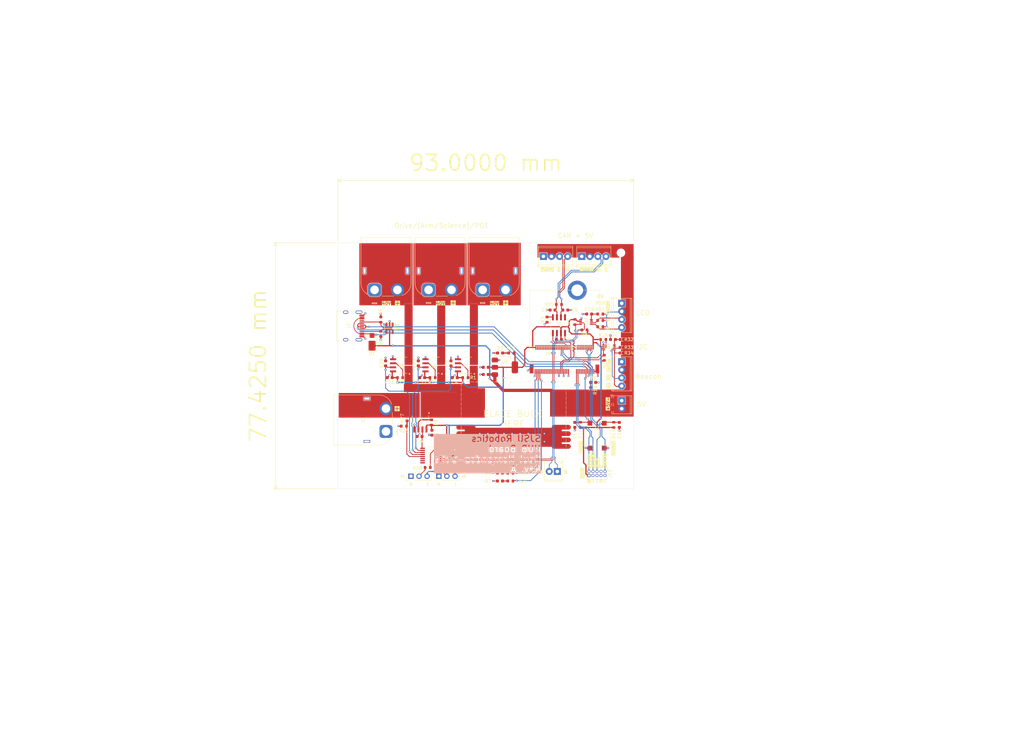
<source format=kicad_pcb>
(kicad_pcb (version 20240108) (generator "pcbnew") (generator_version "8.0")
  (layers (0 "F.Cu" signal "Front") (1 "In1.Cu" signal) (2 "In2.Cu" signal) (31 "B.Cu" signal "Back") (34 "B.Paste" user) (35 "F.Paste" user) (36 "B.SilkS" user "B.Silkscreen") (37 "F.SilkS" user "F.Silkscreen") (38 "B.Mask" user) (39 "F.Mask" user) (44 "Edge.Cuts" user))
  (net 0 "")
  (net 1 "GND")
  (net 2 "TX")
  (net 3 "RX")
  (net 4 "40V")
  (net 5 "Net-(U3-~{FAULT})")
  (net 6 "Net-(U5-EN)")
  (net 7 "CAN+")
  (net 8 "CAN-")
  (net 9 "CC1")
  (net 10 "CC2")
  (net 17 "BOOT")
  (net 19 "D-")
  (net 20 "D+")
  (net 25 "ADC1")
  (net 26 "ADC2")
  (net 37 "SWDIO")
  (net 49 "SWO")
  (net 51 "GI'")
  (net 52 "G0'")
  (net 53 "Net-(U1-~{FAULT})")
  (net 54 "Net-(U2-Rs)")
  (net 56 "Net-(D1-A)")
  (net 57 "Net-(J2-Pin_2)")
  (net 58 "Net-(J3-Pin_2)")
  (net 59 "RESET")
  (net 60 "SWDCK")
  (net 61 "D5")
  (net 62 "D6")
  (net 63 "D7")
  (net 66 "Net-(D5-A)")
  (net 67 "Net-(D6-A)")
  (net 68 "Net-(D7-A)")
  (net 75 "+3.3V")
  (net 76 "+5V")
  (net 77 "Net-(D2-A)")
  (net 78 "Net-(D3-A)")
  (net 79 "Net-(J15-Pin_2)")
  (net 80 "Net-(J16-Pin_2)")
  (net 81 "vADC")
  (net 82 "Net-(U11-A1)")
  (net 83 "Net-(U11-A0)")
  (net 85 "Net-(J5-Pin_2)")
  (net 86 "Net-(J6-Pin_2)")
  (net 87 "Net-(U8-~{FAULT})")
  (net 88 "Net-(U9-~{FAULT})")
  (net 89 "ADC_1")
  (net 90 "ADC_2")
  (net 91 "SCL")
  (net 92 "SDA")
  (net 95 "I2C+")
  (net 96 "I2C-")
  (net 97 "Net-(U12-EN)")
  (net 98 "G1")
  (net 99 "G0")
  (footprint "Capacitor_SMD:C_0603_1608Metric" (layer "F.Cu") (at 301.5 158 90)
    (property "Reference" "C20")
    (property "Value" "18pF" (hide yes))
  )
  (footprint "Capacitor_SMD:C_0603_1608Metric" (layer "F.Cu") (at 302.8 162.5 180)
    (property "Reference" "C21")
    (property "Value" "100nF" (hide yes))
  )
  (footprint "Package_SO:SOIC-8_3.9x4.9mm_P1.27mm" (layer "F.Cu") (at 306.325 158.615 180)
    (property "Reference" "U8")
    (property "Value" "ACS711xLCTR-25AB" (hide yes))
  )
  (footprint "Diode_SMD:Vishay_SMPA" (layer "F.Cu") (at 297.25 151.25 90)
    (property "Reference" "D1")
    (property "Value" "D" (hide yes))
  )
  (footprint "Package_SO:SOIC-8_3.9x4.9mm_P1.27mm" (layer "F.Cu") (at 316.525 158.6125 180)
    (property "Reference" "U9")
    (property "Value" "ACS711xLCTR-25AB" (hide yes))
  )
  (footprint "LSF0102DCUR:LSF0102DCUR" (layer "F.Cu") (at 364.5 145)
    (property "Reference" "U5")
    (property "Value" "LSF0102DCUR" (hide yes))
  )
  (footprint "Capacitor_SMD:C_0603_1608Metric" (layer "F.Cu") (at 356 150.5 180)
    (property "Reference" "C2")
    (property "Value" "100nF")
  )
  (footprint "Resistor_SMD:R_0603_1608Metric" (layer "F.Cu") (at 373.25 177.35 90)
    (property "Reference" "R17")
    (property "Value" "10K" (hide yes))
  )
  (footprint "Package_SO:SOIC-8_3.9x4.9mm_P1.27mm" (layer "F.Cu") (at 356.01 146 90)
    (property "Reference" "U2")
    (property "Value" "SN65HVD230" (hide yes))
  )
  (footprint "Button_Switch_SMD:SW_SPST_CK_RS282G05A3" (layer "F.Cu") (at 365.75 180.75 90)
    (property "Reference" "SW1" (hide yes))
    (property "Value" "SW_Push" (hide yes))
  )
  (footprint "Resistor_SMD:R_0603_1608Metric" (layer "F.Cu") (at 369 146.5 180)
    (property "Reference" "R11")
    (property "Value" "10K" (hide yes))
  )
  (footprint "Connector_PinHeader_2.54mm:PinHeader_1x03_P2.54mm_Vertical" (layer "F.Cu") (at 318.25 193.5 90)
    (property "Reference" "J16" (hide yes))
    (property "Value" "Conn_01x03_Pin" (hide yes))
  )
  (footprint "Resistor_SMD:R_0603_1608Metric" (layer "F.Cu") (at 370.25 156.25 90)
    (property "Reference" "R2")
    (property "Value" "10K" (hide yes))
  )
  (footprint "Resistor_SMD:R_0603_1608Metric" (layer "F.Cu") (at 314.75 190.75)
    (property "Reference" "R28")
    (property "Value" "x" (hide yes))
  )
  (footprint "MountingHole:MountingHole_2.2mm_M2" (layer "F.Cu") (at 375.5 194)
    (property "Reference" "H2" (hide yes))
    (property "Value" "MountingHole" (hide yes))
  )
  (footprint "Connector_AMASS:AMASS_XT60PW-M_1x02_P7.20mm_Horizontal" (layer "F.Cu") (at 298.025 134.9)
    (property "Reference" "J6" (hide yes))
    (property "Value" "XT60-PW-M" (hide yes))
  )
  (footprint "Capacitor_SMD:C_0603_1608Metric" (layer "F.Cu") (at 322.05 158 90)
    (property "Reference" "C1")
    (property "Value" "18pF" (hide yes))
  )
  (footprint "Connector_USB:USB_C_Receptacle_HRO_TYPE-C-31-M-12" (layer "F.Cu") (at 290 146.25 -90)
    (property "Reference" "J7")
    (property "Value" "USB_C_Receptacle_USB2.0_14P" (hide yes))
  )
  (footprint "Capacitor_SMD:C_0603_1608Metric" (layer "F.Cu") (at 365.5 142.5 180)
    (property "Reference" "C19")
    (property "Value" "100nF" (hide yes))
  )
  (footprint "Resistor_SMD:R_0603_1608Metric" (layer "F.Cu") (at 361.01 145 -90)
    (property "Reference" "R7")
    (property "Value" "10K" (hide yes))
  )
  (footprint "Resistor_SMD:R_0603_1608Metric" (layer "F.Cu") (at 364 147.5 180)
    (property "Reference" "R8")
    (property "Value" "10K" (hide yes))
  )
  (footprint "Resistor_SMD:R_0603_1608Metric" (layer "F.Cu") (at 326.575 162.5)
    (property "Reference" "R1")
    (property "Value" "10K" (hide yes))
  )
  (footprint "Package_TO_SOT_SMD:SOT-223-3_TabPin2" (layer "F.Cu") (at 339 159.25)
    (property "Reference" "U4")
    (property "Value" "AMS1117-3.3" (hide yes))
  )
  (footprint "Diode_SMD:D_0603_1608Metric" (layer "F.Cu") (at 337.4625 195)
    (property "Reference" "D7")
    (property "Value" "D" (hide yes))
  )
  (footprint "Package_SO:SOIC-8_3.9x4.9mm_P1.27mm" (layer "F.Cu") (at 312.444 176.325 -90)
    (property "Reference" "U3")
    (property "Value" "ACS711xLCTR-25AB" (hide yes))
  )
  (footprint "Resistor_SMD:R_0603_1608Metric" (layer "F.Cu") (at 369 144.5 180)
    (property "Reference" "R10")
    (property "Value" "10K" (hide yes))
  )
  (footprint "Capacitor_SMD:C_0603_1608Metric" (layer "F.Cu") (at 321.5 185.25)
    (property "Reference" "C26")
    (property "Value" "100nF" (hide yes))
  )
  (footprint "Resistor_SMD:R_0603_1608Metric" (layer "F.Cu") (at 315.944 176.575 -90)
    (property "Reference" "R4")
    (property "Value" "10K" (hide yes))
  )
  (footprint "Resistor_SMD:R_0603_1608Metric" (layer "F.Cu") (at 362.75 177.35 90)
    (property "Reference" "R16")
    (property "Value" "10K" (hide yes))
  )
  (footprint "SJSU_common:5VBuckModule" (layer "F.Cu") (at 325.25 163.85)
    (property "Reference" "U7" (hide yes))
    (property "Value" "~" (hide yes))
  )
  (footprint "Connector_PinHeader_1.27mm:PinHeader_2x05_P1.27mm_Vertical" (layer "F.Cu") (at 365.42 193.27 90)
    (property "Reference" "J13")
    (property "Value" "Conn_ARM_JTAG_SWD_10" (hide yes))
  )
  (footprint "Resistor_SMD:R_0603_1608Metric" (layer "F.Cu") (at 376 153 180)
    (property "Reference" "R33")
    (property "Value" "10K" (hide yes))
  )
  (footprint "TerminalBlock_Phoenix:TerminalBlock_Phoenix_MPT-0,5-4-2.54_1x04_P2.54mm_Horizontal" (layer "F.Cu") (at 351.13 124.375)
    (property "Reference" "J4" (hide yes))
    (property "Value" "Phoenix [2.54mm]" (hide yes))
  )
  (footprint "Resistor_SMD:R_0603_1608Metric" (layer "F.Cu") (at 369.925 150.5)
    (property "Reference" "R25")
    (property "Value" "10K" (hide yes))
  )
  (footprint "Resistor_SMD:R_0603_1608Metric" (layer "F.Cu") (at 306.05 162.5 180)
    (property "Reference" "R23")
    (property "Value" "10K" (hide yes))
  )
  (footprint "Resistor_SMD:R_0603_1608Metric" (layer "F.Cu") (at 316.275 162.5 180)
    (property "Reference" "R24")
    (property "Value" "10K" (hide yes))
  )
  (footprint "Connector_AMASS:AMASS_XT60PW-M_1x02_P7.20mm_Horizontal" (layer "F.Cu") (at 332.025 134.9)
    (property "Reference" "J3" (hide yes))
    (property "Value" "XT60-PW-M" (hide yes))
  )
  (footprint "Button_Switch_SMD:SW_SPST_CK_RS282G05A3" (layer "F.Cu") (at 370.25 180.75 90)
    (property "Reference" "SW2" (hide yes))
    (property "Value" "SW_Push" (hide yes))
  )
  (footprint "Capacitor_SMD:C_0603_1608Metric" (layer "F.Cu") (at 312.194 181 180)
    (property "Reference" "C6")
    (property "Value" "18pF" (hide yes))
  )
  (footprint "SJSU_common:LSF0102DCUR" (layer "F.Cu") (at 371.75 153)
    (property "Reference" "U12")
    (property "Value" "LSF0102DCUR" (hide yes))
  )
  (footprint "Resistor_SMD:R_0603_1608Metric" (layer "F.Cu") (at 300 148.75 90)
    (property "Reference" "R6")
    (property "Value" "5.1k" (hide yes))
  )
  (footprint "Capacitor_SMD:C_0603_1608Metric" (layer "F.Cu") (at 313 162.5 180)
    (property "Reference" "C22")
    (property "Value" "100nF" (hide yes))
  )
  (footprint "Capacitor_SMD:C_0603_1608Metric" (layer "F.Cu") (at 321.5 187)
    (property "Reference" "C27")
    (property "Value" "1uF" (hide yes))
  )
  (footprint "Capacitor_SMD:C_0603_1608Metric" (layer "F.Cu") (at 333 161.5 180)
    (property "Reference" "C8" (hide yes))
    (property "Value" "10µF" (hide yes))
  )
  (footprint "TerminalBlock_Phoenix:TerminalBlock_Phoenix_MPT-0,5-2-2.54_1x02_P2.54mm_Horizontal" (layer "F.Cu") (at 355.5 192 180)
    (property "Reference" "J8" (hide yes))
    (property "Value" "Phoenix (SDA/L)" (hide yes))
  )
  (footprint "Connector_AMASS:AMASS_XT60PW-M_1x02_P7.20mm_Horizontal" (layer "F.Cu") (at 301.625 179.425 90)
    (property "Reference" "J2")
    (property "Value" "XT60-PW-M" (hide yes))
  )
  (footprint "Diode_SMD:D_0603_1608Metric" (layer "F.Cu") (at 337.5 154.75)
    (property "Reference" "D3")
    (property "Value" "D" (hide yes))
  )
  (footprint "Connector_AMASS:AMASS_XT60PW-M_1x02_P7.20mm_Horizontal" (layer "F.Cu") (at 315.025 134.9)
    (property "Reference" "J5" (hide yes))
    (property "Value" "XT60-PW-M" (hide yes))
  )
  (footprint "Capacitor_SMD:C_0603_1608Metric" (layer "F.Cu") (at 373 150.5 180)
    (property "Reference" "C24")
    (property "Value" "100nF" (hide yes))
  )
  (footprint "TerminalBlock_Phoenix:TerminalBlock_Phoenix_MPT-0,5-4-2.54_1x04_P2.54mm_Horizontal" (layer "F.Cu") (at 375.75 157.5 -90)
    (property "Reference" "J10" (hide yes))
    (property "Value" "Phoenix [2.54mm]" (hide yes))
  )
  (footprint "Capacitor_SMD:C_0603_1608Metric" (layer "F.Cu") (at 358.01 141.25)
    (property "Reference" "C5")
    (property "Value" "18pf" (hide yes))
  )
  (footprint "Capacitor_SMD:C_0603_1608Metric" (layer "F.Cu") (at 311.8 158 90)
    (property "Reference" "C23")
    (property "Value" "18pF" (hide yes))
  )
  (footprint "Resistor_SMD:R_0603_1608Metric" (layer "F.Cu") (at 356 139.5 180)
    (property "Reference" "R29")
    (property "Value" "120" (hide yes))
  )
  (footprint "Resistor_SMD:R_0603_1608Metric" (layer "F.Cu") (at 340.7225 192.5)
    (property "Reference" "R20")
    (property "Value" "120" (hide yes))
  )
  (footprint "Resistor_SMD:R_0603_1608Metric" (layer "F.Cu") (at 318 190.75 180)
    (property "Reference" "R30")
    (property "Value" "x" (hide yes))
  )
  (footprint "Package_TO_SOT_SMD:TSOT-23-6" (layer "F.Cu") (at 302.75 147 -90)
    (property "Reference" "U10")
    (property "Value" "DT1446-04TS-7" (hide yes))
  )
  (footprint "Connector_PinHeader_2.54mm:PinHeader_1x03_P2.54mm_Vertical" (layer "F.Cu") (at 309.475 193.5 90)
    (property "Reference" "J15" (hide yes))
    (property "Value" "Conn_01x03_Pin" (hide yes))
  )
  (footprint "Resistor_SMD:R_0603_1608Metric" (layer "F.Cu") (at 352.26 144.25 90)
    (property "Reference" "R3")
    (property "Value" "120" (hide yes))
  )
  (footprint "MountingHole:MountingHole_2.2mm_M2" (layer "F.Cu") (at 290.5 194)
    (property "Reference" "H1" (hide yes))
    (property "Value" "MountingHole" (hide yes))
  )
  (footprint "Resistor_SMD:R_0603_1608Metric" (layer "F.Cu") (at 376 154.75 180)
    (property "Reference" "R34")
    (property "Value" "10K" (hide yes))
  )
  (footprint "Package_SO:TSSOP-16_4.4x5mm_P0.65mm" (layer "F.Cu") (at 316 187 180)
    (property "Reference" "U11")
    (property "Value" "ADC128D818" (hide yes))
  )
  (footprint "Resistor_SMD:R_0603_1608Metric" (layer "F.Cu") (at 308.25 175.25 -90)
    (property "Reference" "R27")
    (property "Value" "100k" (hide yes))
  )
  (footprint "MountingHole:MountingHole_2.2mm_M2" (layer "F.Cu") (at 290.5 123.5)
    (property "Reference" "H3" (hide yes))
    (property "Value" "MountingHole" (hide yes))
  )
  (footprint "Capacitor_SMD:C_0603_1608Metric" (layer "F.Cu") (at 375 177.35 -90)
    (property "Reference" "C18")
    (property "Value" "C" (hide yes))
  )
  (footprint "Capacitor_SMD:C_0603_1608Metric" (layer "F.Cu") (at 361 177.35 -90)
    (property "Reference" "C17")
    (property "Value" "C" (hide yes))
  )
  (footprint "Resistor_SMD:R_0603_1608Metric" (layer "F.Cu") (at 300 144.25 -90)
    (property "Reference" "R5")
    (property "Value" "5.1k" (hide yes))
  )
  (footprint "Resistor_SMD:R_0603_1608Metric" (layer "F.Cu") (at 341.0375 154.75)
    (property "Reference" "R22")
    (property "Value" "120" (hide yes))
  )
  (footprint "Diode_SMD:D_0603_1608Metric" (layer "F.Cu") (at 366.75 164 180)
    (property "Reference" "D2")
    (property "Value" "D" (hide yes))
  )
  (footprint "TerminalBlock_Phoenix:TerminalBlock_Phoenix_MPT-0,5-4-2.54_1x04_P2.54mm_Horizontal" (layer "F.Cu") (at 375.75 139.13 -90)
    (property "Reference" "J11" (hide yes))
    (property "Value" "Phoenix [2.54mm]" (hide yes))
  )
  (footprint "Capacitor_SMD:C_0603_1608Metric" (layer "F.Cu") (at 333 159.25 180)
    (property "Reference" "C9" (hide yes))
    (property "Value" "10µF" (hide yes))
  )
  (footprint "Resistor_SMD:R_0603_1608Metric" (layer "F.Cu") (at 376.075 150.5 180)
    (property "Reference" "R32")
    (property "Value" "200k" (hide yes))
  )
  (footprint "Capacitor_SMD:C_0603_1608Metric" (layer "F.Cu") (at 316.069 179.825 -90)
    (property "Reference" "C7")
    (property "Value" "100nF" (hide yes))
  )
  (footprint "Capacitor_SMD:C_0603_1608Metric" (layer "F.Cu") (at 323.25 162.5 180)
    (property "Reference" "C4")
    (property "Value" "100nF" (hide yes))
  )
  (footprint "Capacitor_SMD:C_0603_1608Metric" (layer "F.Cu") (at 354.01 141.25)
    (property "Reference" "C3")
    (property "Value" "18pf" (hide yes))
  )
  (footprint "MountingHole:MountingHole_2.2mm_M2" (layer "F.Cu") (at 375.5 123.25)
    (property "Reference" "H4" (hide yes))
    (property "Value" "MountingHole" (hide yes))
  )
  (footprint "TerminalBlock_Phoenix:TerminalBlock_Phoenix_MPT-0,5-2-2.54_1x02_P2.54mm_Horizontal" (layer "F.Cu") (at 375.75 169.73 -90)
    (property "Reference" "J12" (hide yes))
    (property "Value" "USB" (hide yes))
  )
  (footprint "Resistor_SMD:R_0603_1608Metric" (layer "F.Cu") (at 369 142.5 180)
    (property "Reference" "R9")
    (property "Value" "200k" (hide yes))
  )
  (footprint "Package_SO:SOIC-8_3.9x4.9mm_P1.27mm" (layer "F.Cu") (at 326.725 158.615 180)
    (property "Reference" "U1")
    (property "Value" "ACS711xLCTR-25AB" (hide yes))
  )
  (footprint "Resistor_SMD:R_0603_1608Metric" (layer "F.Cu") (at 307.25 177.75 180)
    (property "Reference" "R26")
    (property "Value" "6.8k" (hide yes))
  )
  (footprint "Diode_SMD:D_0603_1608Metric" (layer "F.Cu") (at 337.4625 192.47)
    (property "Reference" "D6")
    (property "Value" "D" (hide yes))
  )
  (footprint "Resistor_SMD:R_0603_1608Metric" (layer "F.Cu") (at 340.7225 189.99)
    (property "Reference" "R19")
    (property "Value" "120" (hide yes))
  )
  (footprint "Resistor_SMD:R_0603_1608Metric" (layer "F.Cu") (at 340.7225 195)
    (property "Reference" "R21")
    (property "Value" "120" (hide yes))
  )
  (footprint "TerminalBlock_Phoenix:TerminalBlock_Phoenix_MPT-0,5-4-2.54_1x04_P2.54mm_Horizontal" (layer "F.Cu") (at 363.18 124.375)
    (property "Reference" "J1" (hide yes))
    (property "Value" "Phoenix [2.54mm]" (hide yes))
  )
  (footprint "Diode_SMD:D_0603_1608Metric" (layer "F.Cu") (at 337.5 189.97)
    (property "Reference" "D5")
    (property "Value" "D" (hide yes))
  )
  (footprint "Resistor_SMD:R_0603_1608Metric" (layer "F.Cu") (at 366 166.45 -90)
    (property "Reference" "R18")
    (property "Value" "120" (hide yes))
  )
  (footprint "SJSU_common:micromod" (layer "F.Cu") (at 357.76 147.025)
    (property "Reference" "J9")
    (property "Value" "MicroMod" (hide yes))
  )
  (gr_arc (start 294 148.75) (mid 291.5 146.25) (end 294 143.75) (stroke (width 0.2)) (layer "F.Cu") (net 56))
  (gr_rect (start 346.81 135) (end 368.75 152.775) (stroke (width 0.1)) (fill none) (layer "F.SilkS"))
  (gr_rect (start 286.5 120.075) (end 379.5 197.5) (stroke (width 0.05)) (fill none) (layer "Edge.Cuts"))
  (gr_text "SJSU Robotics\nHUB Board\nRaul Hernandez-Solis\nRev. A" (at 350.5 192.5 -0) (layer "B.SilkS" knockout) (effects (font (size 2 2) (thickness 0.3048)) (justify left bottom mirror)))
  (gr_text "1" (at 323 196.5 0) (layer "F.SilkS") (effects (font (size 0.8128 0.8128) (thickness 0.1524) (bold yes)) (justify left bottom)))
  (gr_text "D" (at 357.5 192.75 0) (layer "F.SilkS" knockout) (effects (font (size 1 1)) (justify left bottom)))
  (gr_text "C" (at 372.025 147.65444 90) (layer "F.SilkS" knockout) (effects (font (size 1 1)) (justify left bottom)))
  (gr_text "40V" (at 300.25 139.75 0) (layer "F.SilkS" knockout) (effects (font (size 1 1)) (justify left bottom)))
  (gr_text "LCD" (at 380.25 143 0) (layer "F.SilkS") (effects (font (size 1.5 1.5)) (justify left bottom)))
  (gr_text "40V" (at 317.25 139.75 0) (layer "F.SilkS" knockout) (effects (font (size 1 1)) (justify left bottom)))
  (gr_text "BOOT" (at 363.5 186.5 90) (layer "F.SilkS" knockout) (effects (font (size 1 1)) (justify left bottom)))
  (gr_text "RESET" (at 371 191.040536 90) (layer "F.SilkS" knockout) (effects (font (size 1 1)) (justify left bottom)))
  (gr_text "SWDCK" (at 367.5 191 90) (layer "F.SilkS" knockout) (effects (font (size 1 1)) (justify left bottom)))
  (gr_text "-" (at 367.25 195.75 90) (layer "F.SilkS" knockout) (effects (font (size 1 1)) (justify left bottom)))
  (gr_text "1" (at 314.25 196.5 0) (layer "F.SilkS") (effects (font (size 0.8128 0.8128) (thickness 0.1524) (bold yes)) (justify left bottom)))
  (gr_text "I2C" (at 380.25 153.75 0) (layer "F.SilkS") (effects (font (size 1.5 1.5)) (justify left bottom)))
  (gr_text "L" (at 359.375 127.85 180) (layer "F.SilkS" knockout) (effects (font (size 1 1)) (justify left bottom)))
  (gr_text "0" (at 309 196.5 0) (layer "F.SilkS") (effects (font (size 0.8128 0.8128) (thickness 0.1524) (bold yes)) (justify left bottom)))
  (gr_text "A0" (at 325.25 194 0) (layer "F.SilkS") (effects (font (size 0.8128 0.8128) (thickness 0.1524) (bold yes)) (justify left bottom)))
  (gr_text "RESET" (at 372.5 182.25 -90) (layer "F.SilkS" knockout) (effects (font (size 1 1)) (justify left bottom)))
  (gr_text "G1" (at 372.275 166.21 90) (layer "F.SilkS" knockout) (effects (font (size 1 1)) (justify left bottom)))
  (gr_text "H" (at 356.625 127.85 180) (layer "F.SilkS" knockout) (effects (font (size 1 1)) (justify left bottom)))
  (gr_text "Beacon" (at 380 163 0) (layer "F.SilkS") (effects (font (size 1.5 1.5)) (justify left bottom)))
  (gr_text "JTAG" (at 364 194.25 90) (layer "F.SilkS" knockout) (effects (font (size 1 1)) (justify left bottom)))
  (gr_text "+5V-" (at 372.025 173 90) (layer "F.SilkS" knockout) (effects (font (size 1 1)) (justify left bottom)))
  (gr_text "A1" (at 306 194 0) (layer "F.SilkS") (effects (font (size 0.8128 0.8128) (thickness 0.1524) (bold yes)) (justify left bottom)))
  (gr_text "C" (at 349.75 192.75 0) (layer "F.SilkS" knockout) (effects (font (size 1 1)) (justify left bottom)))
  (gr_text "+5V-" (at 354.625 127.85 180) (layer "F.SilkS" knockout) (effects (font (size 1 1)) (justify left bottom)))
  (gr_text "5V" (at 380.5 171.75 0) (layer "F.SilkS") (effects (font (size 1.5 1.5)) (justify left bottom)))
  (gr_text "G0" (at 372.275 163.46 90) (layer "F.SilkS" knockout) (effects (font (size 1 1)) (justify left bottom)))
  (gr_text "SWDIO" (at 366.25 191 90) (layer "F.SilkS" knockout) (effects (font (size 1 1)) (justify left bottom)))
  (gr_text "x" (at 369.75 195.5 90) (layer "F.SilkS" knockout) (effects (font (size 1 1)) (justify left bottom)))
  (gr_text "H" (at 368.875 127.85 180) (layer "F.SilkS" knockout) (effects (font (size 1 1)) (justify left bottom)))
  (gr_text "+5V-" (at 366.875 127.85 180) (layer "F.SilkS" knockout) (effects (font (size 1 1)) (justify left bottom)))
  (gr_text "PLACE BUCK\nHERE" (at 341.5 178.25 0) (layer "F.SilkS") (effects (font (size 2 2) (thickness 0.1524)) (justify bottom)))
  (gr_text "+" (at 366 195.75 90) (layer "F.SilkS" knockout) (effects (font (size 1 1)) (justify left bottom)))
  (gr_text "x" (at 369.766646 191 90) (layer "F.SilkS" knockout) (effects (font (size 1 1)) (justify left bottom)))
  (gr_text "D" (at 372.025 145 90) (layer "F.SilkS" knockout) (effects (font (size 1 1)) (justify left bottom)))
  (gr_text "Drive/[Arm/Science]/POE\n\n" (at 304.25 118 0) (layer "F.SilkS") (effects (font (size 1.5 1.5)) (justify left bottom)))
  (gr_text "-" (at 371 195.75 90) (layer "F.SilkS" knockout) (effects (font (size 1 1)) (justify left bottom)))
  (gr_text "CAN + 5V\n" (at 355.5 118.75 0) (layer "F.SilkS") (effects (font (size 1.5 1.5)) (justify left bottom)))
  (gr_text "0" (at 317.75 196.5 0) (layer "F.SilkS") (effects (font (size 0.8128 0.8128) (thickness 0.1524) (bold yes)) (justify left bottom)))
  (gr_text "-" (at 368.5 195.75 90) (layer "F.SilkS" knockout) (effects (font (size 1 1)) (justify left bottom)))
  (gr_text "L" (at 371.375 127.85 180) (layer "F.SilkS" knockout) (effects (font (size 1 1)) (justify left bottom)))
  (gr_text "40V" (at 334.25 139.75 0) (layer "F.SilkS" knockout) (effects (font (size 1 1)) (justify left bottom)))
  (gr_text "SWO" (at 368.75 191 90) (layer "F.SilkS" knockout) (effects (font (size 1 1)) (justify left bottom)))
  (gr_text "+5V-" (at 372.025 142.75 90) (layer "F.SilkS" knockout) (effects (font (size 1 1)) (justify left bottom)))
  (gr_text "+5V-" (at 372.25 160.96 90) (layer "F.SilkS" knockout) (effects (font (size 1 1)) (justify left bottom)))
  (dimension (type aligned) (layer "F.SilkS") (pts (xy 286.5 197.5) (xy 286.5 120.075)) (height -19.575) (gr_text "3048.2283 mils" (at 261.425 158.7875 90) (layer "F.SilkS") (effects (font (size 5 5) (thickness 0.5)))) (format (prefix "") (suffix "") (units 3) (units_format 1) (precision 4)) (style (thickness 0.1524) (arrow_length 1.27) (text_position_mode 0) (extension_height 0.58642) (extension_offset 0.5) keep_text_aligned))
  (dimension (type aligned) (layer "F.SilkS") (pts (xy 286.5 120.075) (xy 379.5 120.075)) (height -19.575) (gr_text "3661.4173 mils" (at 333 95 0) (layer "F.SilkS") (effects (font (size 5 5) (thickness 0.5)))) (format (prefix "") (suffix "") (units 3) (units_format 1) (precision 4)) (style (thickness 0.1524) (arrow_length 1.27) (text_position_mode 0) (extension_height 0.58642) (extension_offset 0.5) keep_text_aligned))
  (segment (start 355.375 148.475) (end 355.375 149.125) (width 0.254) (layer "F.Cu") (net 1))
  (segment (start 302.025 162.475) (end 302.025 162.5) (width 0.381) (layer "F.Cu") (net 1))
  (segment (start 335.25 195) (end 336.675 195) (width 0.254) (layer "F.Cu") (net 1))
  (segment (start 356.01 160.55) (end 356.01 162) (width 0.254) (layer "F.Cu") (net 1))
  (segment (start 370.050001 151.550001) (end 370.050001 152.249999) (width 0.254) (layer "F.Cu") (net 1))
  (segment (start 302.75 161.75) (end 302.025 162.475) (width 0.381) (layer "F.Cu") (net 1))
  (segment (start 306.425 177.75) (end 305.5 177.75) (width 0.381) (layer "F.Cu") (net 1))
  (segment (start 370 151.5) (end 370.050001 151.550001) (width 0.254) (layer "F.Cu") (net 1))
  (segment (start 370.25 184.65) (end 371.45 184.65) (width 0.381) (layer "F.Cu") (net 1))
  (segment (start 367.5375 164) (end 368.5 164) (width 0.381) (layer "F.Cu") (net 1))
  (segment (start 331.25 159.25) (end 332.225 159.25) (width 0.381) (layer "F.Cu") (net 1))
  (segment (start 322.8 162.2) (end 322.8 162.68) (width 0.254) (layer "F.Cu") (net 1))
  (segment (start 294.375 149.5) (end 295.125 150.25) (width 0.254) (layer "F.Cu") (net 1))
  (segment (start 294.045 143) (end 294.375 143) (width 0.254) (layer "F.Cu") (net 1))
  (segment (start 354.104 151.729) (end 353.625 151.25) (width 0.2) (layer "F.Cu") (net 1))
  (segment (start 367.01 160.55) (end 367.335 160.55) (width 0.254) (layer "F.Cu") (net 1))
  (segment (start 363.060002 143.75) (end 363.060002 144.25) (width 0.254) (layer "F.Cu") (net 1))
  (segment (start 311.8 156.25) (end 311.8 157.225) (width 0.254) (layer "F.Cu") (net 1))
  (segment (start 361 178.125) (end 361 179.1) (width 0.381) (layer "F.Cu") (net 1))
  (segment (start 335.9 157) (end 335.85 156.95) (width 0.381) (layer "F.Cu") (net 1))
  (segment (start 372.225 150.5) (end 372.225 149.275) (width 0.254) (layer "F.Cu") (net 1))
  (segment (start 352.25 141.25) (end 353.235 141.25) (width 0.254) (layer "F.Cu") (net 1))
  (segment (start 294.375 143) (end 295.125 142.25) (width 0.254) (layer "F.Cu") (net 1))
  (segment (start 357.51 160.55) (end 357.51 162) (width 0.254) (layer "F.Cu") (net 1))
  (segment (start 365.51 161.74) (end 365.51 160.55) (width 0.254) (layer "F.Cu") (net 1))
  (segment (start 368.26 162) (end 368.26 159.925) (width 0.254) (layer "F.Cu") (net 1))
  (segment (start 314.05 156) (end 314.05 156.7075) (width 0.381) (layer "F.Cu") (net 1))
  (segment (start 355.25 149.75) (end 355.25 150.475) (width 0.254) (layer "F.Cu") (net 1))
  (segment (start 368.26 159.925) (end 368.11 159.775) (width 0.254) (layer "F.Cu") (net 1))
  (segment (start 357.825708 151.729) (end 354.104 151.729) (width 0.2) (layer "F.Cu") (net 1))
  (segment (start 346.25 160.25) (end 346.725 159.775) (width 0.2) (layer "F.Cu") (net 1))
  (segment (start 300 149.575) (end 300 150.5) (width 0.254) (layer "F.Cu") (net 1))
  (segment (start 301.5 156.25) (end 301.5 157.225) (width 0.254) (layer "F.Cu") (net 1))
  (segment (start 322.275 187) (end 323.25 187) (width 0.254) (layer "F.Cu") (net 1))
  (segment (start 375 178.125) (end 375 179.1) (width 0.381) (layer "F.Cu") (net 1))
  (segment (start 351.5 145.75) (end 351.585 145.75) (width 0.254) (layer "F.Cu") (net 1))
  (segment (start 303.75 155.75) (end 303.75 156.575) (width 0.381) (layer "F.Cu") (net 1))
  (segment (start 336.7125 189.97) (end 335.25 189.97) (width 0.254) (layer "F.Cu") (net 1))
  (segment (start 336.675 192.47) (end 335.25 192.47) (width 0.254) (layer "F.Cu") (net 1))
  (segment (start 303.75 156.575) (end 303.85 156.675) (width 0.381) (layer "F.Cu") (net 1))
  (segment (start 372.225 149.275) (end 372.25 149.25) (width 0.254) (layer "F.Cu") (net 1))
  (segment (start 358.26 152.163292) (end 357.825708 151.729) (width 0.2) (layer "F.Cu") (net 1))
  (segment (start 359.01 160.55) (end 359.01 162) (width 0.254) (layer "F.Cu") (net 1))
  (segment (start 365.25 162) (end 365.51 161.74) (width 0.254) (layer "F.Cu") (net 1))
  (segment (start 318.8625 187.325) (end 317.675 187.325) (width 0.254) (layer "F.Cu") (net 1))
  (segment (start 358.785 141.25) (end 359.75 141.25) (width 0.254) (layer "F.Cu") (net 1))
  (segment (start 322.38 162.21) (end 322.32 162.27) (width 0.381) (layer "F.Cu") (net 1))
  (segment (start 322.05 157.475) (end 322.05 156.25) (width 0.254) (layer "F.Cu") (net 1))
  (segment (start 346.725 159.775) (end 347.41 159.775) (width 0.2) (layer "F.Cu") (net 1))
  (segment (start 316.069 180.6) (end 315.294 180.6) (width 0.254) (layer "F.Cu") (net 1))
  (segment (start 351.585 145.75) (end 352.26 145.075) (width 0.254) (layer "F.Cu") (net 1))
  (segment (start 335.2875 154.75) (end 336.7125 154.75) (width 0.381) (layer "F.Cu") (net 1))
  (segment (start 294.045 149.5) (end 294.375 149.5) (width 0.254) (layer "F.Cu") (net 1))
  (segment (start 348.51 161.865) (end 348.375 162) (width 0.2) (layer "F.Cu") (net 1))
  (segment (start 313 161.75) (end 312.25 162.5) (width 0.381) (layer "F.Cu") (net 1))
  (segment (start 315.294 180.6) (end 315.194 180.5) (width 0.254) (layer "F.Cu") (net 1))
  (segment (start 302.75 145.8625) (end 302.75 144.75) (width 0.381) (layer "F.Cu") (net 1))
  (segment (start 358.26 153) (end 358.26 152.163292) (width 0.2) (layer "F.Cu") (net 1))
  (segment (start 365.75 184.65) (end 364.55 184.65) (width 0.381) (layer "F.Cu") (net 1))
  (segment (start 337.25 157) (end 335.9 157) (width 0.381) (layer "F.Cu") (net 1))
  (segment (start 367.335 160.55) (end 368.11 159.775) (width 0.254) (layer "F.Cu") (net 1))
  (segment (start 300 143.425) (end 300 142.5) (width 0.254) (layer "F.Cu") (net 1))
  (segment (start 355.25 150.475) (end 355.225 150.5) (width 0.254) (layer "F.Cu") (net 1))
  (segment (start 355.375 149.625) (end 355.25 149.75) (width 0.254) (layer "F.Cu") (net 1))
  (segment (start 312.169 180.25) (end 311.419 181) (width 0.254) (layer "F.Cu") (net 1))
  (segment (start 323.25 161.75) (end 322.8 162.2) (width 0.254) (layer "F.Cu") (net 1))
  (segment (start 322.275 185.25) (end 323.2305 185.25) (width 0.254) (layer "F.Cu") (net 1))
  (segment (start 348.51 160.55) (end 348.51 161.865) (width 0.2) (layer "F.Cu") (net 1))
  (segment (start 324.25 155.904339) (end 324.25 156.71) (width 0.254) (layer "F.Cu") (net 1))
  (segment (start 355.375 148.475) (end 355.375 149.625) (width 0.254) (layer "F.Cu") (net 1))
  (segment (start 310.538999 177.288999) (end 310.538999 178.8) (width 0.254) (layer "F.Cu") (net 1))
  (segment (start 363.5 142.5) (end 364.725 142.5) (width 0.254) (layer "F.Cu") (net 1))
  (segment (start 331.25 161.5) (end 332.225 161.5) (width 0.381) (layer "F.Cu") (net 1))
  (segment (start 317.675 187.325) (end 317.5 187.5) (width 0.254) (layer "F.Cu") (net 1))
  (via (at 363.060002 143.75) (size 0.6) (drill 0.3) (layers "F.Cu" "B.Cu") (net 1))
  (via (at 346.34738 182.6375) (size 0.6858) (drill 0.3302) (layers "F.Cu" "B.Cu") (net 1))
  (via (at 335.2875 154.75) (size 0.6) (drill 0.3) (layers "F.Cu" "B.Cu") (net 1))
  (via (at 357.51 162) (size 0.61) (drill 0.305) (layers "F.Cu" "B.Cu") (net 1))
  (via (at 331.10738 182.6375) (size 0.6858) (drill 0.3302) (layers "F.Cu" "B.Cu") (net 1))
  (via (at 295.125 150.25) (size 0.6) (drill 0.3) (layers "F.Cu" "B.Cu") (net 1))
  (via (at 333.64738 180.0975) (size 0.6858) (drill 0.3302) (layers "F.Cu" "B.Cu") (net 1))
  (via (at 336.18738 180.0975) (size 0.6858) (drill 0.3302) (layers "F.Cu" "B.Cu") (net 1))
  (via (at 331.25 161.5) (size 0.6) (drill 0.3) (layers "F.Cu" "B.Cu") (net 1))
  (via (at 352.25 141.25) (size 0.6) (drill 0.3) (layers "F.Cu" "B.Cu") (net 1))
  (via (at 343.80738 180.0975) (size 0.6858) (drill 0.3302) (layers "F.Cu" "B.Cu") (net 1))
  (via (at 323.2305 185.25) (size 0.6) (drill 0.3) (layers "F.Cu" "B.Cu") (net 1))
  (via (at 335.25 195) (size 0.61) (drill 0.305) (layers "F.Cu" "B.Cu") (net 1))
  (via (at 356.01 162) (size 0.61) (drill 0.305) (layers "F.Cu" "B.Cu") (net 1))
  (via (at 355.25 149.75) (size 0.6) (drill 0.3) (layers "F.Cu" "B.Cu") (net 1))
  (via (at 312.169 180.25) (size 0.6) (drill 0.3) (layers "F.Cu" "B.Cu") (net 1))
  (via (at 301.5 156.25) (size 0.6858) (drill 0.3302) (layers "F.Cu" "B.Cu") (net 1))
  (via (at 310.538999 177.288999) (size 0.6858) (drill 0.3302) (layers "F.Cu" "B.Cu") (net 1))
  (via (at 359.75 141.25) (size 0.6) (drill 0.3) (layers "F.Cu" "B.Cu") (net 1))
  (via (at 333.64738 182.6375) (size 0.6858) (drill 0.3302) (layers "F.Cu" "B.Cu") (net 1))
  (via (at 368.5 164) (size 0.61) (drill 0.305) (layers "F.Cu" "B.Cu") (net 1))
  (via (at 314.05 156) (size 0.6) (drill 0.3) (layers "F.Cu" "B.Cu") (net 1))
  (via (at 315.194 180.5) (size 0.6858) (drill 0.3302) (layers "F.Cu" "B.Cu") (net 1))
  (via (at 337.25 157) (size 0.6) (drill 0.3) (layers "F.Cu" "B.Cu") (net 1))
  (via (at 317.5 187.5) (size 0.6) (drill 0.3) (layers "F.Cu" "B.Cu") (net 1))
  (via (at 371.45 184.65) (size 0.6858) (drill 0.3302) (layers "F.Cu" "B.Cu") (net 1))
  (via (at 364.5 184.6) (size 0.6858) (drill 0.3302) (layers "F.Cu" "B.Cu") (net 1))
  (via (at 322.05 156.25) (size 0.6) (drill 0.3) (layers "F.Cu" "B.Cu") (net 1))
  (via (at 302.75 161.75) (size 0.6) (drill 0.3) (layers "F.Cu" "B.Cu") (net 1))
  (via (at 295.125 142.25) (size 0.6) (drill 0.3) (layers "F.Cu" "B.Cu") (net 1))
  (via (at 300 142.5) (size 0.6858) (drill 0.3302) (layers "F.Cu" "B.Cu") (net 1))
  (via (at 331.10738 180.0975) (size 0.6858) (drill 0.3302) (layers "F.Cu" "B.Cu") (net 1))
  (via (at 336.18738 182.6375) (size 0.6858) (drill 0.3302) (layers "F.Cu" "B.Cu") (net 1))
  (via (at 361 179.1) (size 0.6858) (drill 0.3302) (layers "F.Cu" "B.Cu") (net 1))
  (via (at 338.72738 180.0975) (size 0.6858) (drill 0.3302) (layers "F.Cu" "B.Cu") (net 1))
  (via (at 353.625 151.25) (size 0.6) (drill 0.3) (layers "F.Cu" "B.Cu") (net 1))
  (via (at 305.5 177.75) (size 0.6) (drill 0.3) (layers "F.Cu" "B.Cu") (net 1))
  (via (at 323.25 187) (size 0.6) (drill 0.3) (layers "F.Cu" "B.Cu") (net 1))
  (via (at 351.5 145.75) (size 0.6) (drill 0.3) (layers "F.Cu" "B.Cu") (net 1))
  (via (at 348.375 162) (size 0.6) (drill 0.3) (layers "F.Cu" "B.Cu") (net 1))
  (via (at 368.26 162) (size 0.61) (drill 0.305) (layers "F.Cu" "B.Cu") (net 1))
  (via (at 343.80738 182.6375) (size 0.6858) (drill 0.3302) (layers "F.Cu" "B.Cu") (net 1))
  (via (at 341.26738 182.6375) (size 0.6858) (drill 0.3302) (layers "F.Cu" "B.Cu") (net 1))
  (via (at 300 150.5) (size 0.6858) (drill 0.3302) (layers "F.Cu" "B.Cu") (net 1))
  (via (at 313 161.75) (size 0.6) (drill 0.3) (layers "F.Cu" "B.Cu") (net 1))
  (via (at 311.8 156.25) (size 0.6858) (drill 0.3302) (layers "F.Cu" "B.Cu") (net 1))
  (via (at 359.01 162) (size 0.61) (drill 0.305) (layers "F.Cu" "B.Cu") (net 1))
  (via (at 302.75 144.75) (size 0.6858) (drill 0.3302) (layers "F.Cu" "B.Cu") (net 1))
  (via (at 346.34738 180.0975) (size 0.6858) (drill 0.3302) (layers "F.Cu" "B.Cu") (net 1))
  (via (at 324.25 155.904339) (size 0.6) (drill 0.3) (layers "F.Cu" "B.Cu") (net 1))
  (via (at 303.75 155.75) (size 0.6) (drill 0.3) (layers "F.Cu" "B.Cu") (net 1))
  (via (at 331.25 159.25) (size 0.6) (drill 0.3) (layers "F.Cu" "B.Cu") (net 1))
  (via (at 338.72738 182.6375) (size 0.6858) (drill 0.3302) (layers "F.Cu" "B.Cu") (net 1))
  (via (at 323.25 161.75) (size 0.6) (drill 0.3) (layers "F.Cu" "B.Cu") (net 1))
  (via (at 335.25 192.47) (size 0.61) (drill 0.305) (layers "F.Cu" "B.Cu") (net 1))
  (via (at 363.5 142.5) (size 0.6858) (drill 0.3302) (layers "F.Cu" "B.Cu") (net 1))
  (via (at 335.25 189.97) (size 0.61) (drill 0.305) (layers "F.Cu" "B.Cu") (net 1))
  (via (at 370 151.5) (size 0.6858) (drill 0.3302) (layers "F.Cu" "B.Cu") (net 1))
  (via (at 372.25 149.25) (size 0.6858) (drill 0.3302) (layers "F.Cu" "B.Cu") (net 1))
  (via (at 365.25 162) (size 0.61) (drill 0.305) (layers "F.Cu" "B.Cu") (net 1))
  (via (at 351.42738 180.0975) (size 0.6858) (drill 0.3302) (layers "F.Cu" "B.Cu") (net 1))
  (via (at 346.25 160.25) (size 0.6) (drill 0.3) (layers "F.Cu" "B.Cu") (net 1))
  (via (at 375 179.1) (size 0.6858) (drill 0.3302) (layers "F.Cu" "B.Cu") (net 1))
  (via (at 341.26738 180.0975) (size 0.6858) (drill 0.3302) (layers "F.Cu" "B.Cu") (net 1))
  (via (at 351.42738 182.6375) (size 0.6858) (drill 0.3302) (layers "F.Cu" "B.Cu") (net 1))
  (segment (start 354.104999 148.475) (end 354.104999 150.844999) (width 0.254) (layer "F.Cu") (net 2))
  (segment (start 359.75 156) (end 358.75 157) (width 0.254) (layer "F.Cu") (net 2))
  (segment (start 358.75 157) (end 357.375 157) (width 0.254) (layer "F.Cu") (net 2))
  (segment (start 359.312 151.302) (end 359.75 151.74) (width 0.254) (layer "F.Cu") (net 2))
  (segment (start 354.104999 150.844999) (end 354.562 151.302) (width 0.254) (layer "F.Cu") (net 2))
  (segment (start 359.75 151.74) (end 359.75 156) (width 0.254) (layer "F.Cu") (net 2))
  (segment (start 357.375 157) (end 356.51 157.865) (width 0.254) (layer "F.Cu") (net 2))
  (segment (start 356.51 157.865) (end 356.51 160.55) (width 0.254) (layer "F.Cu") (net 2))
  (segment (start 354.562 151.302) (end 359.312 151.302) (width 0.254) (layer "F.Cu") (net 2))
  (segment (start 360.915 152.823) (end 360.75 152.823) (width 0.254) (layer "F.Cu") (net 3))
  (segment (start 360.585 152.369) (end 360.75 152.369) (width 0.254) (layer "F.Cu") (net 3))
  (segment (start 360.75 155.75) (end 359 157.5) (width 0.254) (layer "F.Cu") (net 3))
  (segment (start 360.5 150.75) (end 360.75 151) (width 0.254) (layer "F.Cu") (net 3))
  (segment (start 357.914999 148.475) (end 357.914999 150.414999) (width 0.254) (layer "F.Cu") (net 3))
  (segment (start 360.75 151) (end 360.75 151.75) (width 0.254) (layer "F.Cu") (net 3))
  (segment (start 360.75 153.731) (end 360.585 153.731) (width 0.254) (layer "F.Cu") (net 3))
  (segment (start 357.01 158.115) (end 357.01 160.55) (width 0.254) (layer "F.Cu") (net 3))
  (segment (start 360.42 152.988) (end 360.42 153.112) (width 0.254) (layer "F.Cu") (net 3))
  (segment (start 360.585 153.277) (end 360.75 153.277) (width 0.254) (layer "F.Cu") (net 3))
  (segment (start 360.42 152.08) (end 360.42 152.204) (width 0.254) (layer "F.Cu") (net 3))
  (segment (start 358.25 150.75) (end 360.5 150.75) (width 0.254) (layer "F.Cu") (net 3))
  (segment (start 360.75 154.35) (end 360.75 154.474) (width 0.254) (layer "F.Cu") (net 3))
  (segment (start 361.08 152.534) (end 361.08 152.658) (width 0.254) (layer "F.Cu") (net 3))
  (segment (start 357.625 157.5) (end 357.01 158.115) (width 0.254) (layer "F.Cu") (net 3))
  (segment (start 361.08 153.442) (end 361.08 153.566) (width 0.254) (layer "F.Cu") (net 3))
  (segment (start 360.75 152.823) (end 360.585 152.823) (width 0.254) (layer "F.Cu") (net 3))
  (segment (start 360.75 155) (end 360.75 155.75) (width 0.254) (layer "F.Cu") (net 3))
  (segment (start 360.42 153.896) (end 360.42 154.02) (width 0.254) (layer "F.Cu") (net 3))
  (segment (start 359 157.5) (end 357.625 157.5) (width 0.254) (layer "F.Cu") (net 3))
  (segment (start 360.75 153.277) (end 360.915 153.277) (width 0.254) (layer "F.Cu") (net 3))
  (segment (start 360.75 152.369) (end 360.915 152.369) (width 0.254) (layer "F.Cu") (net 3))
  (segment (start 357.914999 150.414999) (end 358.25 150.75) (width 0.254) (layer "F.Cu") (net 3))
  (segment (start 360.75 154.474) (end 360.75 155) (width 0.254) (layer "F.Cu") (net 3))
  (segment (start 360.915 153.731) (end 360.75 153.731) (width 0.254) (layer "F.Cu") (net 3))
  (arc (start 360.585 154.185) (mid 360.701673 154.233327) (end 360.75 154.35) (width 0.254) (layer "F.Cu") (net 3))
  (arc (start 360.42 154.02) (mid 360.468327 154.136673) (end 360.585 154.185) (width 0.254) (layer "F.Cu") (net 3))
  (arc (start 360.915 152.369) (mid 361.031673 152.417327) (end 361.08 152.534) (width 0.254) (layer "F.Cu") (net 3))
  (arc (start 360.75 151.75) (mid 360.701673 151.866673) (end 360.585 151.915) (width 0.254) (layer "F.Cu") (net 3))
  (arc (start 360.915 153.277) (mid 361.031673 153.325327) (end 361.08 153.442) (width 0.254) (layer "F.Cu") (net 3))
  (arc (start 360.585 152.823) (mid 360.468327 152.871327) (end 360.42 152.988) (width 0.254) (layer "F.Cu") (net 3))
  (arc (start 360.42 152.204) (mid 360.468327 152.320673) (end 360.585 152.369) (width 0.254) (layer "F.Cu") (net 3))
  (arc (start 361.08 153.566) (mid 361.031673 153.682673) (end 360.915 153.731) (width 0.254) (layer "F.Cu") (net 3))
  (arc (start 360.585 151.915) (mid 360.468327 151.963327) (end 360.42 152.08) (width 0.254) (layer "F.Cu") (net 3))
  (arc (start 361.08 152.658) (mid 361.031673 152.774673) (end 360.915 152.823) (width 0.254) (layer "F.Cu") (net 3))
  (arc (start 360.585 153.731) (mid 360.468327 153.779327) (end 360.42 153.896) (width 0.254) (layer "F.Cu") (net 3))
  (arc (start 360.42 153.112) (mid 360.468327 153.228673) (end 360.585 153.277) (width 0.254) (layer "F.Cu") (net 3))
  (segment (start 312.519 175.75) (end 311.809 176.46) (width 0.381) (layer "F.Cu") (net 5))
  (segment (start 315.944 175.75) (end 312.519 175.75) (width 0.381) (layer "F.Cu") (net 5))
  (segment (start 311.809 176.46) (end 311.809 178.8) (width 0.381) (layer "F.Cu") (net 5))
  (segment (start 366.200002 144.749998) (end 366.200002 144.25) (width 0.254) (layer "F.Cu") (net 6))
  (segment (start 366.51 144.7) (end 366.460002 144.749998) (width 0.254) (layer "F.Cu") (net 6))
  (segment (start 366.25 142.525) (end 368.15 142.525) (width 0.254) (layer "F.Cu") (net 6))
  (segment (start 366.200002 144.25) (end 366.200002 142.574998) (width 0.254) (layer "F.Cu") (net 6))
  (segment (start 368.15 142.525) (end 368.175 142.5) (width 0.254) (layer "F.Cu") (net 6))
  (segment (start 366.200002 142.574998) (end 366.25 142.525) (width 0.254) (layer "F.Cu") (net 6))
  (segment (start 355.175 139.5) (end 355.185 139.49) (width 0.254) (layer "F.Cu") (net 7))
  (segment (start 355.375 143.525) (end 355.375 141.84) (width 0.254) (layer "F.Cu") (net 7))
  (segment (start 355.758 135.635618) (end 357.228 134.165618) (width 0.254) (layer "F.Cu") (net 7))
  (segment (start 355.375 141.84) (end 354.785 141.25) (width 0.254) (layer "F.Cu") (net 7))
  (segment (start 357.228 125.393) (end 356.21 124.375) (width 0.254) (layer "F.Cu") (net 7))
  (segment (start 355.758 137.177) (end 355.758 135.635618) (width 0.254) (layer "F.Cu") (net 7))
  (segment (start 355.185 137.75) (end 355.758 137.177) (width 0.254) (layer "F.Cu") (net 7))
  (segment (start 357.228 134.165618) (end 357.228 125.393) (width 0.254) (layer "F.Cu") (net 7))
  (segment (start 354.785 141.25) (end 354.785 141.275) (width 0.254) (layer "F.Cu") (net 7))
  (segment (start 355.185 139.49) (end 355.185 137.75) (width 0.254) (layer "F.Cu") (net 7))
  (segment (start 355.175 139.5) (end 355.175 140.86) (width 0.254) (layer "F.Cu") (net 7))
  (segment (start 355.175 140.86) (end 354.785 141.25) (width 0.254) (layer "F.Cu") (net 7))
  (via (at 355.185 137.75) (size 0.6) (drill 0.3) (layers "F.Cu" "B.Cu") (net 7))
  (segment (start 359.895618 128.748) (end 366.895618 128.748) (width 0.254) (layer "B.Cu") (net 7))
  (segment (start 355.185 137.75) (end 355.758 137.177) (width 0.254) (layer "B.Cu") (net 7))
  (segment (start 355.758 137.177) (end 355.758 132.885618) (width 0.254) (layer "B.Cu") (net 7))
  (segment (start 369.278 126.365618) (end 369.278 125.393) (width 0.254) (layer "B.Cu") (net 7))
  (segment (start 369.278 125.393) (end 368.26 124.375) (width 0.254) (layer "B.Cu") (net 7))
  (segment (start 355.758 132.885618) (end 359.895618 128.748) (width 0.254) (layer "B.Cu") (net 7))
  (segment (start 366.895618 128.748) (end 369.278 126.365618) (width 0.254) (layer "B.Cu") (net 7))
  (segment (start 356.262 137.177) (end 356.262 135.844382) (width 0.254) (layer "F.Cu") (net 8))
  (segment (start 356.825 139.5) (end 356.835 139.49) (width 0.254) (layer "F.Cu") (net 8))
  (segment (start 356.835 139.49) (end 356.835 137.75) (width 0.254) (layer "F.Cu") (net 8))
  (segment (start 357.235 141.25) (end 357.235 141.275) (width 0.254) (layer "F.Cu") (net 8))
  (segment (start 356.825 140.84) (end 357.235 141.25) (width 0.254) (layer "F.Cu") (net 8))
  (segment (start 356.835 137.75) (end 356.262 137.177) (width 0.254) (layer "F.Cu") (net 8))
  (segment (start 356.645 143.525) (end 356.645 141.84) (width 0.254) (layer "F.Cu") (net 8))
  (segment (start 356.645 141.84) (end 357.235 141.25) (width 0.254) (layer "F.Cu") (net 8))
  (segment (start 357.732 125.393) (end 358.75 124.375) (width 0.254) (layer "F.Cu") (net 8))
  (segment (start 357.732 134.374382) (end 357.732 125.393) (width 0.254) (layer "F.Cu") (net 8))
  (segment (start 356.262 135.844382) (end 357.732 134.374382) (width 0.254) (layer "F.Cu") (net 8))
  (segment (start 356.825 139.5) (end 356.825 140.84) (width 0.254) (layer "F.Cu") (net 8))
  (segment (start 358.75 124.375) (end 359 124.625) (width 0.254) (layer "F.Cu") (net 8))
  (via (at 356.835 137.75) (size 0.6) (drill 0.3) (layers "F.Cu" "B.Cu") (net 8))
  (segment (start 367.104382 129.252) (end 369.782 126.574382) (width 0.254) (layer "B.Cu") (net 8))
  (segment (start 360.104382 129.252) (end 367.104382 129.252) (width 0.254) (layer "B.Cu") (net 8))
  (segment (start 356.835 137.75) (end 356.262 137.177) (width 0.254) (layer "B.Cu") (net 8))
  (segment (start 369.782 125.393) (end 370.8 124.375) (width 0.254) (layer "B.Cu") (net 8))
  (segment (start 356.262 137.177) (end 356.262 133.094382) (width 0.254) (layer "B.Cu") (net 8))
  (segment (start 356.262 133.094382) (end 360.104382 129.252) (width 0.254) (layer "B.Cu") (net 8))
  (segment (start 369.782 126.574382) (end 369.782 125.393) (width 0.254) (layer "B.Cu") (net 8))
  (segment (start 303.7 146.524999) (end 303.445999 146.779) (width 0.254) (layer "F.Cu") (net 9))
  (segment (start 300 146) (end 300 145.075) (width 0.254) (layer "F.Cu") (net 9))
  (segment (start 303.445999 146.779) (end 300.779 146.779) (width 0.254) (layer "F.Cu") (net 9))
  (segment (start 299.9 145) (end 300 144.9) (width 0.254) (layer "F.Cu") (net 9))
  (segment (start 294.045 145) (end 299.9 145) (width 0.254) (layer "F.Cu") (net 9))
  (segment (start 300.779 146.779) (end 300 146) (width 0.254) (layer "F.Cu") (net 9))
  (segment (start 303.7 145.8625) (end 303.7 146.524999) (width 0.254) (layer "F.Cu") (net 9))
  (segment (start 299.925 148) (end 300 147.925) (width 0.254) (layer "F.Cu") (net 10))
  (segment (start 300.704 147.221) (end 303.445999 147.221) (width 0.254) (layer "F.Cu") (net 10))
  (segment (start 294.045 148) (end 299.925 148) (width 0.254) (layer "F.Cu") (net 10))
  (segment (start 303.7 147.475001) (end 303.7 148.1375) (width 0.254) (layer "F.Cu") (net 10))
  (segment (start 300 147.925) (end 300.704 147.221) (width 0.254) (layer "F.Cu") (net 10))
  (segment (start 303.445999 147.221) (end 303.7 147.475001) (width 0.254) (layer "F.Cu") (net 10))
  (segment (start 364.51 162.49) (end 364.51 160.55) (width 0.254) (layer "F.Cu") (net 17))
  (segment (start 365.75 176.25) (end 365 175.5) (width 0.254) (layer "F.Cu") (net 17))
  (segment (start 362.75 176.525) (end 365.425 176.525) (width 0.254) (layer "F.Cu") (net 17))
  (segment (start 364.25 162.75) (end 364.51 162.49) (width 0.254) (layer "F.Cu") (net 17))
  (segment (start 361 176.575) (end 362.7 176.575) (width 0.254) (layer "F.Cu") (net 17))
  (segment (start 365.75 176.85) (end 365.75 176.25) (width 0.254) (layer "F.Cu") (net 17))
  (via (at 364.25 162.75) (size 0.6858) (drill 0.3302) (layers "F.Cu" "B.Cu") (net 17))
  (via (at 365 175.5) (size 0.6858) (drill 0.3302) (layers "F.Cu" "B.Cu") (net 17))
  (segment (start 364.25 174.75) (end 364.25 162.75) (width 0.254) (layer "B.Cu") (net 17))
  (segment (start 365 175.5) (end 364.25 174.75) (width 0.254) (layer "B.Cu") (net 17))
  (segment (start 364.436438 158.186438) (end 366.01 159.76) (width 0.254) (layer "F.Cu") (net 19))
  (segment (start 293.20409 146.5) (end 294.045 146.5) (width 0.254) (layer "F.Cu") (net 19))
  (segment (start 301.6875 148.25) (end 301.8 148.1375) (width 0.254) (layer "F.Cu") (net 19))
  (segment (start 301 148.25) (end 301.6875 148.25) (width 0.254) (layer "F.Cu") (net 19))
  (segment (start 292.75 147) (end 292.75 145.95409) (width 0.254) (layer "F.Cu") (net 19))
  (segment (start 293.20409 145.5) (end 294.045 145.5) (width 0.254) (layer "F.Cu") (net 19))
  (segment (start 363.772232 158.186438) (end 364.436438 158.186438) (width 0.254) (layer "F.Cu") (net 19))
  (segment (start 366.01 159.76) (end 366.01 160.55) (width 0.254) (layer "F.Cu") (net 19))
  (segment (start 292.75 146.045909) (end 292.75 145.95409) (width 0.254) (layer "F.Cu") (net 19))
  (via (at 292.75 147) (size 0.6) (drill 0.3) (layers "F.Cu" "B.Cu") (net 19))
  (via (at 301 148.25) (size 0.6858) (drill 0.3302) (layers "F.Cu" "B.Cu") (net 19))
  (via (at 363.772232 158.186438) (size 0.6) (drill 0.3) (layers "F.Cu" "B.Cu") (net 19))
  (arc (start 293.20409 145.5) (mid 293.030317 145.534565) (end 292.883 145.633) (width 0.254) (layer "F.Cu") (net 19))
  (arc (start 292.883 146.367) (mid 293.030317 146.465434) (end 293.20409 146.5) (width 0.254) (layer "F.Cu") (net 19))
  (arc (start 292.75 146.045909) (mid 292.784565 146.219682) (end 292.883 146.367) (width 0.254) (layer "F.Cu") (net 19))
  (arc (start 292.883 145.633) (mid 292.784565 145.780317) (end 292.75 145.95409) (width 0.254) (layer "F.Cu") (net 19))
  (segment (start 346.125 158.25) (end 335.375 147.5) (width 0.254) (layer "B.Cu") (net 19))
  (segment (start 301 148.25) (end 301.75 147.5) (width 0.254) (layer "B.Cu") (net 19))
  (segment (start 363.772232 158.186438) (end 363.70867 158.25) (width 0.254) (layer "B.Cu") (net 19))
  (segment (start 363.70867 158.25) (end 346.125 158.25) (width 0.254) (layer "B.Cu") (net 19))
  (segment (start 301.75 147.5) (end 293.603553 147.5) (width 0.254) (layer "B.Cu") (net 19))
  (segment (start 293 147.25) (end 292.75 147) (width 0.254) (layer "B.Cu") (net 19))
  (segment (start 335.375 147.5) (end 301.75 147.5) (width 0.254) (layer "B.Cu") (net 19))
  (arc (start 293.603553 147.5) (mid 293.276912 147.435027) (end 293 147.25) (width 0.254) (layer "B.Cu") (net 19))
  (segment (start 366.51 159.169212) (end 366.51 160.55) (width 0.254) (layer "F.Cu") (net 20))
  (segment (start 295.25 146.375) (end 295.25 146.30045) (width 0.254) (layer "F.Cu") (net 20))
  (segment (start 295.161611 146.838388) (end 295.125 146.875) (width 0.254) (layer "F.Cu") (net 20))
  (segment (start 364.771788 157.431) (end 366.51 159.169212) (width 0.254) (layer "F.Cu") (net 20))
  (segment (start 301 145.75) (end 301.6875 145.75) (width 0.254) (layer "F.Cu") (net 20))
  (segment (start 294.823223 147) (end 294.045 147) (width 0.254) (layer "F.Cu") (net 20))
  (segment (start 301.6875 145.75) (end 301.8 145.8625) (width 0.254) (layer "F.Cu") (net 20))
  (segment (start 296.25 146.5) (end 295.25 146.5) (width 0.254) (layer "F.Cu") (net 20))
  (segment (start 295.25 146.375) (end 295.25 146.625) (width 0.254) (layer "F.Cu") (net 20))
  (segment (start 294.949549 146) (end 294.045 146) (width 0.254) (layer "F.Cu") (net 20))
  (segment (start 363.75 157.431) (end 364.771788 157.431) (width 0.254) (layer "F.Cu") (net 20))
  (via (at 296.25 146.5) (size 0.6) (drill 0.3) (layers "F.Cu" "B.Cu") (net 20))
  (via (at 363.75 157.431) (size 0.6) (drill 0.3) (layers "F.Cu" "B.Cu") (net 20))
  (via (at 301 145.75) (size 0.6858) (drill 0.3302) (layers "F.Cu" "B.Cu") (net 20))
  (arc (start 295.162 146.088) (mid 295.227129 146.185473) (end 295.25 146.30045) (width 0.254) (layer "F.Cu") (net 20))
  (arc (start 295.162 146.088) (mid 295.064526 146.02287) (end 294.949549 146) (width 0.254) (layer "F.Cu") (net 20))
  (arc (start 295.25 146.625) (mid 295.227028 146.740484) (end 295.161611 146.838388) (width 0.254) (layer "F.Cu") (net 20))
  (arc (start 295.125 146.875) (mid 294.986543 146.967513) (end 294.823223 147) (width 0.254) (layer "F.Cu") (net 20))
  (segment (start 301 145.75) (end 301.75 146.5) (width 0.254) (layer "B.Cu") (net 20))
  (segment (start 346.625 157.5) (end 335.625 146.5) (width 0.254) (layer "B.Cu") (net 20))
  (segment (start 363.75 157.431) (end 363.681 157.5) (width 0.254) (layer "B.Cu") (net 20))
  (segment (start 335.625 146.5) (end 301.75 146.5) (width 0.254) (layer "B.Cu") (net 20))
  (segment (start 296.25 146.5) (end 301.75 146.5) (width 0.254) (layer "B.Cu") (net 20))
  (segment (start 363.681 157.5) (end 346.625 157.5) (width 0.254) (layer "B.Cu") (net 20))
  (segment (start 322.05 158.775) (end 322.05 159.7) (width 0.254) (layer "F.Cu") (net 25))
  (segment (start 322.05 159.95) (end 322 160) (width 0.254) (layer "F.Cu") (net 25))
  (segment (start 324.25 159.25) (end 322.525 159.25) (width 0.254) (layer "F.Cu") (net 25))
  (segment (start 322.525 159.25) (end 322.05 158.775) (width 0.254) (layer "F.Cu") (net 25))
  (segment (start 311.75 185.375) (end 313.1375 185.375) (width 0.254) (layer "F.Cu") (net 25))
  (segment (start 311 184.625) (end 311.75 185.375) (width 0.254) (layer "F.Cu") (net 25))
  (via (at 311 184.625) (size 0.6858) (drill 0.3302) (layers "F.Cu" "B.Cu") (net 25))
  (via (at 322 159.75) (size 0.6858) (drill 0.3302) (layers "F.Cu" "B.Cu") (net 25))
  (segment (start 322 160) (end 321.946 160.054) (width 0.254) (layer "B.Cu") (net 25))
  (segment (start 311.25 176.75) (end 311.25 177.75) (width 0.254) (layer "B.Cu") (net 25))
  (segment (start 321.946 166.054) (end 321.25 166.75) (width 0.254) (layer "B.Cu") (net 25))
  (segment (start 311.25 177.75) (end 311 178) (width 0.254) (layer "B.Cu") (net 25))
  (segment (start 321.946 160.054) (end 321.946 166.054) (width 0.254) (layer "B.Cu") (net 25))
  (segment (start 312.25 166.75) (end 311 168) (width 0.254) (layer "B.Cu") (net 25))
  (segment (start 321.25 166.75) (end 312.25 166.75) (width 0.254) (layer "B.Cu") (net 25))
  (segment (start 311 178) (end 311 184.625) (width 0.254) (layer "B.Cu") (net 25))
  (segment (start 311 168) (end 311 176.5) (width 0.254) (layer "B.Cu") (net 25))
  (segment (start 311 176.5) (end 311.25 176.75) (width 0.254) (layer "B.Cu") (net 25))
  (segment (start 312.969 181) (end 312.969 184.5565) (width 0.254) (layer "F.Cu") (net 26))
  (segment (start 313.079 178.8) (end 313.079 180.89) (width 0.254) (layer "F.Cu") (net 26))
  (segment (start 313.079 180.89) (end 312.969 181) (width 0.254) (layer "F.Cu") (net 26))
  (segment (start 312.969 184.5565) (end 313.1375 184.725) (width 0.254) (layer "F.Cu") (net 26))
  (segment (start 361.25 164.75) (end 361.51 164.49) (width 0.254) (layer "F.Cu") (net 37))
  (segment (start 361.51 164.49) (end 361.51 160.55) (width 0.254) (layer "F.Cu") (net 37))
  (via (at 361.25 164.75) (size 0.6858) (drill 0.3302) (layers "F.Cu" "B.Cu") (net 37))
  (segment (start 361.5 165) (end 361.5 177.288815) (width 0.254) (layer "B.Cu") (net 37))
  (segment (start 365.75 181) (end 365.42 181.33) (width 0.254) (layer "B.Cu") (net 37))
  (segment (start 365.42 186.25) (end 365.42 192) (width 0.254) (layer "B.Cu") (net 37))
  (segment (start 361.25 164.75) (end 361.5 165) (width 0.254) (layer "B.Cu") (net 37))
  (segment (start 365.42 181.33) (end 365.42 186.25) (width 0.254) (layer "B.Cu") (net 37))
  (segment (start 364.5 178.5) (end 365.75 179.75) (width 0.254) (layer "B.Cu") (net 37))
  (segment (start 365.75 179.75) (end 365.75 181) (width 0.254) (layer "B.Cu") (net 37))
  (segment (start 361.5 177.288815) (end 362.711185 178.5) (width 0.254) (layer "B.Cu") (net 37))
  (segment (start 362.711185 178.5) (end 364.5 178.5) (width 0.254) (layer "B.Cu") (net 37))
  (segment (start 365.26 153.771656) (end 365.26 153) (width 0.254) (layer "F.Cu") (net 49))
  (segment (start 364.75 154.25) (end 364.781656 154.25) (width 0.254) (layer "F.Cu") (net 49))
  (segment (start 364.781656 154.25) (end 365.26 153.771656) (width 0.254) (layer "F.Cu") (net 49))
  (via (at 364.75 154.25) (size 0.6858) (drill 0.3302) (layers "F.Cu" "B.Cu") (net 49))
  (segment (start 369 181) (end 367.96 182.04) (width 0.254) (layer "B.Cu") (net 49))
  (segment (start 367.96 182.04) (end 367.96 192) (width 0.254) (layer "B.Cu") (net 49))
  (segment (start 365.25 155.25) (end 365.25 158.75) (width 0.254) (layer "B.Cu") (net 49))
  (segment (start 366 159.5) (end 366 175.75) (width 0.254) (layer "B.Cu") (net 49))
  (segment (start 366 175.75) (end 369 178.75) (width 0.254) (layer "B.Cu") (net 49))
  (segment (start 365.25 158.75) (end 366 159.5) (width 0.254) (layer "B.Cu") (net 49))
  (segment (start 364.75 154.75) (end 365.25 155.25) (width 0.254) (layer "B.Cu") (net 49))
  (segment (start 364.75 154.25) (end 364.75 154.75) (width 0.254) (layer "B.Cu") (net 49))
  (segment (start 369 178.75) (end 369 181) (width 0.254) (layer "B.Cu") (net 49))
  (segment (start 373.450002 164.700002) (end 374.04 165.29) (width 0.254) (layer "F.Cu") (net 51))
  (segment (start 373.450002 153.749998) (end 373.450002 164.700002) (width 0.254) (layer "F.Cu") (net 51))
  (segment (start 373.450002 154.5) (end 373.450002 153.749998) (width 0.254) (layer "F.Cu") (net 51))
  (segment (start 373.700002 154.75) (end 373.450002 154.5) (width 0.254) (layer "F.Cu") (net 51))
  (segment (start 375.175 154.75) (end 373.700002 154.75) (width 0.254) (layer "F.Cu") (net 51))
  (segment (start 374.04 165.29) (end 375.75 165.29) (width 0.254) (layer "F.Cu") (net 51))
  (segment (start 372.696002 153.91734) (end 372.696002 153.582656) (width 0.254) (layer "F.Cu") (net 52))
  (segment (start 372.74227 153.963607) (end 372.696002 153.91734) (width 0.254) (layer "F.Cu") (net 52))
  (segment (start 373.028658 153.25) (end 373.450002 153.25) (width 0.254) (layer "F.Cu") (net 52))
  (segment (start 372.595568 154.110309) (end 372.74227 153.963607) (width 0.254) (layer "F.Cu") (net 52))
  (segment (start 372.696002 153.582656) (end 373.028658 153.25) (width 0.254) (layer "F.Cu") (net 52))
  (segment (start 374.925 153.25) (end 375.175 153) (width 0.254) (layer "F.Cu") (net 52))
  (segment (start 373.450002 153.25) (end 374.925 153.25) (width 0.254) (layer "F.Cu") (net 52))
  (via (at 372.595568 154.110309) (size 0.6858) (drill 0.3302) (layers "F.Cu" "B.Cu") (net 52))
  (segment (start 372.595568 154.110309) (end 372.75 154.264741) (width 0.254) (layer "B.Cu") (net 52))
  (segment (start 372.75 162) (end 373.5 162.75) (width 0.254) (layer "B.Cu") (net 52))
  (segment (start 372.75 154.264741) (end 372.75 162) (width 0.254) (layer "B.Cu") (net 52))
  (segment (start 373.5 162.75) (end 375.75 162.75) (width 0.254) (layer "B.Cu") (net 52))
  (segment (start 327.375 162.5) (end 327.375 160.130001) (width 0.254) (layer "F.Cu") (net 53))
  (segment (start 324.29 158.02) (end 324.25 157.98) (width 0.381) (layer "F.Cu") (net 53))
  (segment (start 327.375 160.130001) (end 325.224999 157.98) (width 0.254) (layer "F.Cu") (net 53))
  (segment (start 325.224999 157.98) (end 324.25 157.98) (width 0.254) (layer "F.Cu") (net 53))
  (segment (start 354.005001 143.425) (end 354.105001 143.525) (width 0.254) (layer "F.Cu") (net 54))
  (segment (start 352.26 143.425) (end 354.005001 143.425) (width 0.254) (layer "F.Cu") (net 54))
  (segment (start 294.045 148.7) (end 296.71 148.7) (width 0.254) (layer "F.Cu") (net 56))
  (segment (start 296.71 148.7) (end 297.25 149.24) (width 0.254) (layer "F.Cu") (net 56))
  (segment (start 297.49 149) (end 297.25 149.24) (width 0.254) (layer "F.Cu") (net 56))
  (segment (start 364.234999 159) (end 363.75 159) (width 0.254) (layer "F.Cu") (net 56))
  (segment (start 365.01 159.775001) (end 364.234999 159) (width 0.254) (layer "F.Cu") (net 56))
  (segment (start 365.01 160.55) (end 365.01 159.775001) (width 0.254) (layer "F.Cu") (net 56))
  (segment (start 293.6305 148.7) (end 294.045 148.7) (width 0.254) (layer "F.Cu") (net 56))
  (segment (start 293.6225 143.8) (end 294.045 143.8) (width 0.254) (layer "F.Cu") (net 56))
  (segment (start 298.5 149) (end 297.49 149) (width 0.254) (layer "F.Cu") (net 56))
  (via (at 298.5 149) (size 0.6858) (drill 0.3302) (layers "F.Cu" "B.Cu") (net 56))
  (via (at 363.75 159) (size 0.6) (drill 0.3) (layers "F.Cu" "B.Cu") (net 56))
  (segment (start 301.256358 149) (end 298.5 149) (width 0.254) (layer "B.Cu") (net 56))
  (segment (start 335 148.5) (end 301.756358 148.5) (width 0.254) (layer "B.Cu") (net 56))
  (segment (start 363.75 159) (end 345.5 159) (width 0.254) (layer "B.Cu") (net 56))
  (segment (start 301.756358 148.5) (end 301.256358 149) (width 0.254) (layer "B.Cu") (net 56))
  (segment (start 345.5 159) (end 335 148.5) (width 0.254) (layer "B.Cu") (net 56))
  (segment (start 373.3 176.575) (end 373.25 176.525) (width 0.254) (layer "F.Cu") (net 59))
  (segment (start 366.25 154.25) (end 366.238344 154.25) (width 0.254) (layer "F.Cu") (net 59))
  (segment (start 369 177) (end 370.1 177) (width 0.254) (layer "F.Cu") (net 59))
  (segment (start 366.238344 154.25) (end 365.76 153.771656) (width 0.254) (layer "F.Cu") (net 59))
  (segment (start 373.25 176.525) (end 370.575 176.525) (width 0.254) (layer "F.Cu") (net 59))
  (segment (start 369.727927 176.327927) (end 370.25 176.85) (width 0.254) (layer "F.Cu") (net 59))
  (segment (start 370.1 177) (end 370.25 176.85) (width 0.254) (layer "F.Cu") (net 59))
  (segment (start 375 176.575) (end 373.3 176.575) (width 0.254) (layer "F.Cu") (net 59))
  (segment (start 365.76 153.771656) (end 365.76 153) (width 0.254) (layer "F.Cu") (net 59))
  (via (at 369 177) (size 0.6858) (drill 0.3302) (layers "F.Cu" "B.Cu") (net 59))
  (via (at 366.25 154.25) (size 0.6858) (drill 0.3302) (layers "F.Cu" "B.Cu") (net 59))
  (segment (start 369.5 178.5) (end 369.5 181) (width 0.254) (layer "B.Cu") (net 59))
  (segment (start 369.5 181) (end 370.5 182) (width 0.254) (layer "B.Cu") (net 59))
  (segment (start 368.5 177.5) (end 369.5 178.5) (width 0.254) (layer "B.Cu") (net 59))
  (segment (start 366.25 154.75) (end 365.75 155.25) (width 0.254) (layer "B.Cu") (net 59))
  (segment (start 366.5 159.25) (end 366.5 175.5) (width 0.254) (layer "B.Cu") (net 59))
  (segment (start 365.75 155.25) (end 365.75 158.5) (width 0.254) (layer "B.Cu") (net 59))
  (segment (start 368.5 177.5) (end 369 177) (width 0.254) (layer "B.Cu") (net 59))
  (segment (start 365.75 158.5) (end 366.5 159.25) (width 0.254) (layer "B.Cu") (net 59))
  (segment (start 366.25 154.25) (end 366.25 154.75) (width 0.254) (layer "B.Cu") (net 59))
  (segment (start 366.5 175.5) (end 368.5 177.5) (width 0.254) (layer "B.Cu") (net 59))
  (segment (start 370.5 182) (end 370.5 192) (width 0.254) (layer "B.Cu") (net 59))
  (segment (start 362.25 164.75) (end 362.01 164.51) (width 0.254) (layer "F.Cu") (net 60))
  (segment (start 362.01 164.51) (end 362.01 160.55) (width 0.254) (layer "F.Cu") (net 60))
  (via (at 362.25 164.75) (size 0.6858) (drill 0.3302) (layers "F.Cu" "B.Cu") (net 60))
  (segment (start 366.25 181) (end 366.69 181.44) (width 0.254) (layer "B.Cu") (net 60))
  (segment (start 363 178) (end 364.75 178) (width 0.254) (layer "B.Cu") (net 60))
  (segment (start 362.25 164.75) (end 362 165) (width 0.254) (layer "B.Cu") (net 60))
  (segment (start 366.69 181.44) (end 366.69 192) (width 0.254) (layer "B.Cu") (net 60))
  (segment (start 364.75 178) (end 366.25 179.5) (width 0.254) (layer "B.Cu") (net 60))
  (segment (start 362 177) (end 363 178) (width 0.254) (layer "B.Cu") (net 60))
  (segment (start 362 165) (end 362 177) (width 0.254) (layer "B.Cu") (net 60))
  (segment (start 366.25 179.5) (end 366.25 181) (width 0.254) (layer "B.Cu") (net 60))
  (segment (start 342.75 189.97) (end 341.5675 189.97) (width 0.254) (layer "F.Cu") (net 61))
  (segment (start 341.5675 189.97) (end 341.5475 189.99) (width 0.254) (layer "F.Cu") (net 61))
  (segment (start 348.51 163.5) (end 349.01 163) (width 0.254) (layer "F.Cu") (net 61))
  (segment (start 349.01 163) (end 349.01 160.55) (width 0.254) (layer "F.Cu") (net 61))
  (via (at 348.51 163.5) (size 0.6) (drill 0.3) (layers "F.Cu" "B.Cu") (net 61))
  (via (at 342.75 189.97) (size 0.6) (drill 0.3) (layers "F.Cu" "B.Cu") (net 61))
  (segment (start 347.5625 189.3125) (end 348.51 188.365) (width 0.254) (layer "B.Cu") (net 61))
  (segment (start 348.51 188.365) (end 348.51 163.5) (width 0.254) (layer "B.Cu") (net 61))
  (segment (start 346.905 189.97) (end 347.5625 189.3125) (width 0.254) (layer "B.Cu") (net 61))
  (segment (start 342.75 189.97) (end 346.905 189.97) (width 0.254) (layer "B.Cu") (net 61))
  (segment (start 342.75 192.5) (end 341.5475 192.5) (width 0.254) (layer "F.Cu") (net 62))
  (segment (start 349.51 160.55) (end 349.51 163.5) (width 0.254) (layer "F.Cu") (net 62))
  (via (at 342.75 192.5) (size 0.6) (drill 0.3) (layers "F.Cu" "B.Cu") (net 62))
  (via (at 349.51 163.5) (size 0.6) (drill 0.3) (layers "F.Cu" "B.Cu") (net 62))
  (segment (start 347.625 191.875) (end 349.51 189.99) (width 0.254) (layer "B.Cu") (net 62))
  (segment (start 347 192.5) (end 347.625 191.875) (width 0.254) (layer "B.Cu") (net 62))
  (segment (start 342.75 192.5) (end 347 192.5) (width 0.254) (layer "B.Cu") (net 62))
  (segment (start 349.51 189.99) (end 349.51 163.5) (width 0.254) (layer "B.Cu") (net 62))
  (segment (start 342.75 194.875) (end 341.6725 194.875) (width 0.254) (layer "F.Cu") (net 63))
  (segment (start 350.01 163) (end 350.51 163.5) (width 0.254) (layer "F.Cu") (net 63))
  (segment (start 341.6725 194.875) (end 341.5475 195) (width 0.254) (layer "F.Cu") (net 63))
  (segment (start 350.01 160.55) (end 350.01 163) (width 0.254) (layer "F.Cu") (net 63))
  (via (at 342.75 194.875) (size 0.6) (drill 0.3) (layers "F.Cu" "B.Cu") (net 63))
  (via (at 350.51 163.5) (size 0.6) (drill 0.3) (layers "F.Cu" "B.Cu") (net 63))
  (segment (start 342.75 194.875) (end 347.125 194.875) (width 0.254) (layer "B.Cu") (net 63))
  (segment (start 342.75 194.875) (end 342.875 195) (width 0.254) (layer "B.Cu") (net 63))
  (segment (start 347.125 194.875) (end 347.75 194.25) (width 0.254) (layer "B.Cu") (net 63))
  (segment (start 347.75 194.25) (end 350.51 191.49) (width 0.254) (layer "B.Cu") (net 63))
  (segment (start 350.51 191.49) (end 350.51 163.5) (width 0.254) (layer "B.Cu") (net 63))
  (segment (start 338.3075 189.99) (end 338.2875 189.97) (width 0.254) (layer "F.Cu") (net 66))
  (segment (start 339.8975 189.99) (end 338.3075 189.99) (width 0.254) (layer "F.Cu") (net 66))
  (segment (start 338.28 192.5) (end 338.25 192.47) (width 0.254) (layer "F.Cu") (net 67))
  (segment (start 339.8975 192.5) (end 338.28 192.5) (width 0.254) (layer "F.Cu") (net 67))
  (segment (start 339.8975 195) (end 338.3 195) (width 0.254) (layer "F.Cu") (net 68))
  (segment (start 338.3 195) (end 338.25 195.05) (width 0.254) (layer "F.Cu") (net 68))
  (segment (start 320.7 186.025) (end 320.725 186) (width 0.381) (layer "F.Cu") (net 75))
  (segment (start 361.834998 144.749998) (end 363.060002 144.749998) (width 0.381) (layer "F.Cu") (net 75))
  (segment (start 356.26 146.5) (end 349.01 146.5) (width 0.381) (layer "F.Cu") (net 75))
  (segment (start 356.635 146.875) (end 357.01 146.5) (width 0.381) (layer "F.Cu") (net 75))
  (segment (start 360 148.75) (end 364.5 148.75) (width 0.381) (layer "F.Cu") (net 75))
  (segment (start 359.76 144.25) (end 361.26 144.25) (width 0.381) (layer "F.Cu") (net 75))
  (segment (start 316.044 177.5) (end 315.944 177.4) (width 0.381) (layer "F.Cu") (net 75))
  (segment (start 364.5 192.75) (end 364.5 190) (width 0.381) (layer "F.Cu") (net 75))
  (segment (start 370.050001 152.749998) (end 369.296001 152.749998) (width 0.254) (layer "F.Cu") (net 75))
  (segment (start 361.26 144.175) (end 361.834998 144.749998) (width 0.381) (layer "F.Cu") (net 75))
  (segment (start 365.075 148.175) (end 365.075 147.5) (width 0.381) (layer "F.Cu") (net 75))
  (segment (start 335.85 159.25) (end 338.5 159.25) (width 0.381) (layer "F.Cu") (net 75))
  (segment (start 366.76 150.5) (end 366.76 149.76) (width 0.381) (layer "F.Cu") (net 75))
  (segment (start 338.5 159.25) (end 338.5 162.5) (width 0.381) (layer "F.Cu") (net 75))
  (segment (start 324.075 162.5) (end 324.075 160.695) (width 0.381) (layer "F.Cu") (net 75))
  (segment (start 356.645 148.475) (end 356.645 150.37) (width 0.381) (layer "F.Cu") (net 75))
  (segment (start 347.76 153) (end 348.7195 153) (width 0.381) (layer "F.Cu") (net 75))
  (segment (start 305.25 162.525) (end 305.225 162.5) (width 0.381) (layer "F.Cu") (net 75))
  (segment (start 346 153) (end 347.76 153) (width 0.381) (layer "F.Cu") (net 75))
  (segment (start 320.725 186) (end 320.725 185.25) (width 0.381) (layer "F.Cu") (net 75))
  (segment (start 315.5 164) (end 311 164) (width 0.381) (layer "F.Cu") (net 75))
  (segment (start 366.76 153) (end 366.76 150.5) (width 0.381) (layer "F.Cu") (net 75))
  (segment (start 320.75 177.5) (end 316.044 177.5) (width 0.381) (layer "F.Cu") (net 75))
  (segment (start 342.2 155.0875) (end 342.2 159.2) (width 0.381) (layer "F.Cu") (net 75))
  (segment (start 303.575 162.5) (end 303.575 160.795) (width 0.381) (layer "F.Cu") (net 75))
  (segment (start 356.645 146.885) (end 356.635 146.875) (width 0.381) (layer "F.Cu") (net 75))
  (segment (start 315.5 162.55) (end 315.45 162.5) (width 0.381) (layer "F.Cu") (net 75))
  (segment (start 325.75 162.525) (end 325.725 162.5) (width 0.381) (layer "F.Cu") (net 75))
  (segment (start 366.76 150.5) (end 369.1 150.5) (width 0.381) (layer "F.Cu") (net 75))
  (segment (start 324.075 160.695) (end 324.25 160.52) (width 0.381) (layer "F.Cu") (net 75))
  (segment (start 365.75 148.75) (end 364.5 148.75) (width 0.381) (layer "F.Cu") (net 75))
  (segment (start 314.619 177.4) (end 314.348999 177.670001) (width 0.381) (layer "F.Cu") (net 75))
  (segment (start 366.76 149.76) (end 365.75 148.75) (width 0.381) (layer "F.Cu") (net 75))
  (segment (start 320.725 186.5) (end 320.725 186) (width 0.381) (layer "F.Cu") (net 75))
  (segment (start 365.02 193.27) (end 364.5 192.75) (width 0.381) (layer "F.Cu") (net 75))
  (segment (start 364.5 190) (end 363.75 189.25) (width 0.381) (layer "F.Cu") (net 75))
  (segment (start 318.8625 186.025) (end 320.7 186.025) (width 0.381) (layer "F.Cu") (net 75))
  (segment (start 367.75 151.5) (end 366.76 151.5) (width 0.381) (layer "F.Cu") (net 75))
  (segment (start 370.075 157.25) (end 370.25 157.075) (width 0.381) (layer "F.Cu") (net 75))
  (segment (start 365.075 147.5) (end 364.675 147.5) (width 0.381) (layer "F.Cu") (net 75))
  (segment (start 318.8625 186.675) (end 320.55 186.675) (width 0.381) (layer "F.Cu") (net 75))
  (segment (start 358.76 146.5) (end 359.25 146.99) (width 0.381) (layer "F.Cu") (net 75))
  (segment (start 314.348999 177.670001) (end 314.348999 178.8) (width 0.381) (layer "F.Cu") (net 75))
  (segment (start 345.25 158.5) (end 345.25 153.75) (width 0.381) (layer "F.Cu") (net 75))
  (segment (start 359.26 146) (end 359.26 144.75) (width 0.381) (layer "F.Cu") (net 75))
  (segment (start 369.25 157.25) (end 370.075 157.25) (width 0.381) (layer "F.Cu") (net 75))
  (segment (start 315.45 162.5) (end 313.8 162.5) (width 0.381) (layer "F.Cu") (net 75))
  (segment (start 315.944 177.4) (end 315.944 178.915) (width 0.381) (layer "F.Cu") (net 75))
  (segment (start 342.2 159.2) (end 342.15 159.25) (width 0.381) (layer "F.Cu") (net 75))
  (segment (start 313.8 160.7675) (end 314.05 160.5175) (width 0.381) (layer "F.Cu") (net 75))
  (segment (start 356.645 148.475) (end 356.645 146.885) (width 0.381) (layer "F.Cu") (net 75))
  (segment (start 305.225 162.5) (end 303.575 162.5) (width 0.381) (layer "F.Cu") (net 75))
  (segment (start 362.75 178.175) (end 363.75 178.175) (width 0.381) (layer "F.Cu") (net 75))
  (segment (start 349.01 146.5) (end 347.76 147.75) (width 0.381) (layer "F.Cu") (net 75))
  (segment (start 303.575 160.795) (end 303.85 160.52) (width 0.381) (layer "F.Cu") (net 75))
  (segment (start 325.75 164) (end 321.3491 164) (width 0.381) (layer "F.Cu") (net 75))
  (segment (start 369.296001 152.749998) (end 369.1 152.553997) (width 0.254) (layer "F.Cu") (net 75))
  (segment (start 363.75 189.25) (end 363.75 178.175) (width 0.381) (layer "F.Cu") (net 75))
  (segment (start 315.944 178.915) (end 315.829 179.03) (width 0.381) (layer "F.Cu") (net 75))
  (segment (start 325.75 164) (end 325.75 162.525) (width 0.381) (layer "F.Cu") (net 75))
  (segment (start 368 178.175) (end 373.25 178.175) (width 0.381) (layer "F.Cu") (net 75))
  (segment (start 305.25 164) (end 305.25 162.525) (width 0.381) (layer "F.Cu") (net 75))
  (segment (start 359.25 146.99) (end 359.25 148) (width 0.381) (layer "F.Cu") (net 75))
  (segment (start 347.76 147.75) (end 347.76 150.5) (width 0.381) (layer "F.Cu") (net 75))
  (segment (start 365.42 193.27) (end 365.02 193.27) (width 0.381) (layer "F.Cu") (net 75))
  (segment (start 359.26 144.75) (end 359.76 144.25) (width 0.381) (layer "F.Cu") (net 75))
  (segment (start 364.5 148.75) (end 365.075 148.175) (width 0.381) (layer "F.Cu") (net 75))
  (segment (start 368.25 152) (end 367.75 151.5) (width 0.381) (layer "F.Cu") (net 75))
  (segment (start 320.75 177.5) (end 320.725 177.525) (width 0.381) (layer "F.Cu") (net 75))
  (segment (start 315.5 164) (end 315.5 162.55) (width 0.381) (layer "F.Cu") (net 75))
  (segment (start 369.25 175.25) (end 368 176.5) (width 0.381) (layer "F.Cu") (net 75))
  (segment (start 320.725 177.525) (end 320.725 185.25) (width 0.381) (layer "F.Cu") (net 75))
  (segment (start 363.75 178.175) (end 368 178.175) (width 0.381) (layer "F.Cu") (net 75))
  (segment (start 325.725 162.5) (end 324.075 162.5) (width 0.381) (layer "F.Cu") (net 75))
  (segment (start 356.645 150.37) (end 356.775 150.5) (width 0.381) (layer "F.Cu") (net 75))
  (segment (start 358.76 146.5) (end 359.26 146) (width 0.381) (layer "F.Cu") (net 75))
  (segment (start 344.5 159.25) (end 345.25 158.5) (width 0.381) (layer "F.Cu") (net 75))
  (segment (start 313.8 162.5) (end 313.8 160.7675) (width 0.381) (layer "F.Cu") (net 75))
  (segment (start 335.85 159.25) (end 333.775 159.25) (width 0.381) (layer "F.Cu") (net 75))
  (segment (start 320.725 187) (end 320.725 186.5) (width 0.381) (layer "F.Cu") (net 75))
  (segment (start 356.635 146.875) (end 356.26 146.5) (width 0.381) (layer "F.Cu") (net 75))
  (segment (start 315.944 177.4) (end 314.619 177.4) (width 0.381) (layer "F.Cu") (net 75))
  (segment (start 368 176.5) (end 368 178.175) (width 0.381) (layer "F.Cu") (net 75))
  (segment (start 338.5 159.25) (end 342.15 159.25) (width 0.381) (layer "F.Cu") (net 75))
  (segment (start 359.25 148) (end 360 148.75) (width 0.381) (layer "F.Cu") (net 75))
  (segment (start 320.55 186.675) (end 320.725 186.5) (width 0.381) (layer "F.Cu") (net 75))
  (segment (start 347.76 150.5) (end 347.76 153) (width 0.381) (layer "F.Cu") (net 75))
  (segment (start 369.1 152.553997) (end 369.1 150.5) (width 0.254) (layer "F.Cu") (net 75))
  (segment (start 342.15 159.25) (end 344.5 159.25) (width 0.381) (layer "F.Cu") (net 75))
  (segment (start 341.8625 154.75) (end 342.2 155.0875) (width 0.381) (layer "F.Cu") (net 75))
  (segment (start 345.25 153.75) (end 346 153) (width 0.381) (layer "F.Cu") (net 75))
  (segment (start 357.01 146.5) (end 358.76 146.5) (width 0.381) (layer "F.Cu") (net 75))
  (via (at 369.25 157.25) (size 0.6858) (drill 0.3302) (layers "F.Cu" "B.Cu") (net 75))
  (via (at 369.25 175.25) (size 0.6858) (drill 0.3302) (layers "F.Cu" "B.Cu") (net 75))
  (via (at 320.75 177.5) (size 0.6858) (drill 0.3302) (layers "F.Cu" "B.Cu") (net 75))
  (via (at 325.75 164) (size 0.6858) (drill 0.3302) (layers "F.Cu" "B.Cu") (net 75))
  (via (at 315.5 164) (size 0.6858) (drill 0.3302) (layers "F.Cu" "B.Cu") (net 75))
  (via (at 321.3491 164) (size 0.6858) (drill 0.3302) (layers "F.Cu" "B.Cu") (net 75))
  (via (at 368.25 152) (size 0.6) (drill 0.3) (layers "F.Cu" "B.Cu") (net 75))
  (via (at 338.5 162.5) (size 0.6) (drill 0.3) (layers "F.Cu" "B.Cu") (net 75))
  (via (at 305.25 164) (size 0.6858) (drill 0.3302) (layers "F.Cu" "B.Cu") (net 75))
  (via (at 311 164) (size 0.6858) (drill 0.3302) (layers "F.Cu" "B.Cu") (net 75))
  (segment (start 321.5 177.5) (end 321.5 192) (width 0.381) (layer "B.Cu") (net 75))
  (segment (start 369.25 153) (end 369.25 157.25) (width 0.381) (layer "B.Cu") (net 75))
  (segment (start 321.3491 164) (end 315.5 164) (width 0.381) (layer "B.Cu") (net 75))
  (segment (start 327.25 165.5) (end 325.75 164) (width 0.381) (layer "B.Cu") (net 75))
  (segment (start 311 164) (end 305.25 164) (width 0.381) (layer "B.Cu") (net 75))
  (segment (start 338.5 165.5) (end 338.5 162.5) (width 0.381) (layer "B.Cu") (net 75))
  (segment (start 338.5 165.5) (end 327.25 165.5) (width 0.381) (layer "B.Cu") (net 75))
  (segment (start 315 192) (end 314.555 192.445) (width 0.381) (layer "B.Cu") (net 75))
  (segment (start 337.5 177.5) (end 338.5 176.5) (width 0.381) (layer "B.Cu") (net 75))
  (segment (start 323 192) (end 323.33 192.33) (width 0.381) (layer "B.Cu") (net 75))
  (segment (start 321.5 192) (end 323 192) (width 0.381) (layer "B.Cu") (net 75))
  (segment (start 314.555 192.445) (end 314.555 193.5) (width 0.381) (layer "B.Cu") (net 75))
  (segment (start 321.5 192) (end 315 192) (width 0.381) (layer "B.Cu") (net 75))
  (segment (start 321.5 177.5) (end 337.5 177.5) (width 0.381) (layer "B.Cu") (net 75))
  (segment (start 320.75 177.5) (end 321.5 177.5) (width 0.381) (layer "B.Cu") (net 75))
  (segment (start 368.25 152) (end 369.25 153) (width 0.381) (layer "B.Cu") (net 75))
  (segment (start 323.33 192.33) (end 323.33 193.5) (width 0.381) (layer "B.Cu") (net 75))
  (segment (start 369.25 175.25) (end 369.25 157.25) (width 0.381) (layer "B.Cu") (net 75))
  (segment (start 338.5 176.5) (end 338.5 165.5) (width 0.381) (layer "B.Cu") (net 75))
  (segment (start 302.75 148.1375) (end 302.75 152.46) (width 0.381) (layer "F.Cu") (net 76))
  (segment (start 371 142.5) (end 369.825 142.5) (width 0.254) (layer "F.Cu") (net 76))
  (segment (start 338.5 166.5) (end 335.85 163.85) (width 1.016) (layer "F.Cu") (net 76))
  (segment (start 301.54 152.46) (end 302.75 152.46) (width 0.381) (layer "F.Cu") (net 76))
  (segment (start 353.767483 166.5) (end 338.5 166.5) (width 1.016) (layer "F.Cu") (net 76))
  (segment (start 335 163.5) (end 335.85 163.5) (width 0.381) (layer "F.Cu") (net 76))
  (segment (start 301.54 152.46) (end 297.25 152.46) (width 0.381) (layer "F.Cu") (net 76))
  (segment (start 303.75 152.46) (end 302.75 152.46) (width 0.381) (layer "F.Cu") (net 76))
  (segment (start 371 144.5) (end 369.825 144.5) (width 0.254) (layer "F.Cu") (net 76))
  (segment (start 335.85 163.5) (end 335.85 161.55) (width 1.016) (layer "F.Cu") (net 76))
  (segment (start 371 146.5) (end 369.825 146.5) (width 0.254) (layer "F.Cu") (net 76))
  (segment (start 333.775 161.5) (end 335.8 161.5) (width 0.762) (layer "F.Cu") (net 76))
  (segment (start 334.25 162.75) (end 335 163.5) (width 0.381) (layer "F.Cu") (net 76))
  (segment (start 335.85 163.85) (end 335.85 163.5) (width 1.016) (layer "F.Cu") (net 76))
  (via (at 334.25 162.75) (size 0.6858) (drill 0.3302) (layers "F.Cu" "B.Cu") (net 76))
  (via (at 371 146.5) (size 0.6858) (drill 0.3302) (layers "F.Cu" "B.Cu") (net 76))
  (via (at 371 142.5) (size 0.6858) (drill 0.3302) (layers "F.Cu" "B.Cu") (net 76))
  (via (at 303.75 152.46) (size 0.6858) (drill 0.3302) (layers "F.Cu" "B.Cu") (net 76))
  (via (at 371 144.5) (size 0.6858) (drill 0.3302) (layers "F.Cu" "B.Cu") (net 76))
  (segment (start 334.25 162.75) (end 334.25 153.75) (width 0.381) (layer "B.Cu") (net 76))
  (segment (start 375.5 141.87) (end 371.63 141.87) (width 0.254) (layer "B.Cu") (net 76))
  (segment (start 334.25 153.75) (end 333 152.5) (width 0.381) (layer "B.Cu") (net 76))
  (segment (start 303.79 152.5) (end 303.75 152.46) (width 0.381) (layer "B.Cu") (net 76))
  (segment (start 371 142.5) (end 371 144.5) (width 0.254) (layer "B.Cu") (net 76))
  (segment (start 333 152.5) (end 303.79 152.5) (width 0.381) (layer "B.Cu") (net 76))
  (segment (start 371.63 141.87) (end 371 142.5) (width 0.254) (layer "B.Cu") (net 76))
  (segment (start 371 144.5) (end 371 146.5) (width 0.254) (layer "B.Cu") (net 76))
  (segment (start 366 165.625) (end 366 164.075) (width 0.381) (layer "F.Cu") (net 77))
  (segment (start 340.2125 154.75) (end 338.2875 154.75) (width 0.381) (layer "F.Cu") (net 78))
  (segment (start 313.925 190.75) (end 313.925 191.535) (width 0.254) (layer "F.Cu") (net 79))
  (segment (start 313.925 191.535) (end 311.96 193.5) (width 0.254) (layer "F.Cu") (net 79))
  (segment (start 318.825 191.59) (end 320.735 193.5) (width 0.254) (layer "F.Cu") (net 80))
  (segment (start 318.825 190.75) (end 318.825 191.59) (width 0.254) (layer "F.Cu") (net 80))
  (segment (start 308.25 176.075) (end 308.25 177.675) (width 0.381) (layer "F.Cu") (net 81))
  (segment (start 313.1375 187.325) (end 309 187.325) (width 0.254) (layer "F.Cu") (net 81))
  (segment (start 308.175 177.75) (end 308.175 186.5) (width 0.254) (layer "F.Cu") (net 81))
  (segment (start 309 187.325) (end 308.175 186.5) (width 0.254) (layer "F.Cu") (net 81))
  (segment (start 308.25 177.675) (end 308.175 177.75) (width 0.381) (layer "F.Cu") (net 81))
  (segment (start 317.275 184.725) (end 318.8625 184.725) (width 0.254) (layer "F.Cu") (net 82))
  (segment (start 315.575 186.425) (end 317.275 184.725) (width 0.254) (layer "F.Cu") (net 82))
  (segment (start 315.575 190.75) (end 315.575 186.425) (width 0.254) (layer "F.Cu") (net 82))
  (segment (start 316.946 190.521) (end 316.946 186.054) (width 0.254) (layer "F.Cu") (net 83))
  (segment (start 317.625 185.375) (end 318.8625 185.375) (width 0.254) (layer "F.Cu") (net 83))
  (segment (start 317.125 185.875) (end 317.625 185.375) (width 0.254) (layer "F.Cu") (net 83))
  (segment (start 316.946 186.054) (end 317.125 185.875) (width 0.254) (layer "F.Cu") (net 83))
  (segment (start 317.175 190.75) (end 316.946 190.521) (width 0.254) (layer "F.Cu") (net 83))
  (segment (start 304.824999 157.98) (end 303.85 157.98) (width 0.254) (layer "F.Cu") (net 87))
  (segment (start 306.875 160.030001) (end 304.824999 157.98) (width 0.254) (layer "F.Cu") (net 87))
  (segment (start 306.875 162.5) (end 306.875 160.030001) (width 0.254) (layer "F.Cu") (net 87))
  (segment (start 317.1 162.5) (end 317.1 160.052501) (width 0.254) (layer "F.Cu") (net 88))
  (segment (start 317.1 160.052501) (end 315.024999 157.9775) (width 0.254) (layer "F.Cu") (net 88))
  (segment (start 315.024999 157.9775) (end 314.05 157.9775) (width 0.254) (layer "F.Cu") (net 88))
  (segment (start 303.85 159.25) (end 301.975 159.25) (width 0.254) (layer "F.Cu") (net 89))
  (segment (start 309 185.75) (end 309.925 186.675) (width 0.254) (layer "F.Cu") (net 89))
  (segment (start 301.975 159.25) (end 301.5 158.775) (width 0.254) (layer "F.Cu") (net 89))
  (segment (start 309.925 186.675) (end 313.1375 186.675) (width 0.254) (layer "F.Cu") (net 89))
  (segment (start 301.5 160) (end 301.5 158.775) (width 0.254) (layer "F.Cu") (net 89))
  (via (at 301.5 160) (size 0.6858) (drill 0.3302) (layers "F.Cu" "B.Cu") (net 89))
  (via (at 309 185.75) (size 0.6) (drill 0.3) (layers "F.Cu" "B.Cu") (net 89))
  (segment (start 309 167.75) (end 308 166.75) (width 0.254) (layer "B.Cu") (net 89))
  (segment (start 301.5 165.75) (end 301.5 160) (width 0.254) (layer "B.Cu") (net 89))
  (segment (start 308 166.75) (end 302.5 166.75) (width 0.254) (layer "B.Cu") (net 89))
  (segment (start 302.5 166.75) (end 301.5 165.75) (width 0.254) (layer "B.Cu") (net 89))
  (segment (start 309 185.75) (end 309 167.75) (width 0.254) (layer "B.Cu") (net 89))
  (segment (start 314.185 159.1125) (end 314.05 159.2475) (width 0.254) (layer "F.Cu") (net 90))
  (segment (start 311.8 158.775) (end 311.8 159.7) (width 0.254) (layer "F.Cu") (net 90))
  (segment (start 312.2725 159.2475) (end 311.8 158.775) (width 0.254) (layer "F.Cu") (net 90))
  (segment (start 314.05 159.2475) (end 312.2725 159.2475) (width 0.254) (layer "F.Cu") (net 90))
  (segment (start 311.8 159.7) (end 311.75 159.75) (width 0.254) (layer "F.Cu") (net 90))
  (segment (start 310.775 186.025) (end 313.1375 186.025) (width 0.254) (layer "F.Cu") (net 90))
  (segment (start 310 185.25) (end 310.775 186.025) (width 0.254) (layer "F.Cu") (net 90))
  (via (at 310 185.25) (size 0.6) (drill 0.3) (layers "F.Cu" "B.Cu") (net 90))
  (via (at 311.75 159.75) (size 0.6858) (drill 0.3302) (layers "F.Cu" "B.Cu") (net 90))
  (segment (start 310 176.5) (end 310 167.75) (width 0.254) (layer "B.Cu") (net 90))
  (segment (start 309.75 177.75) (end 309.75 176.75) (width 0.254) (layer "B.Cu") (net 90))
  (segment (start 310 185.25) (end 310 178) (width 0.254) (layer "B.Cu") (net 90))
  (segment (start 310 178) (end 309.75 177.75) (width 0.254) (layer "B.Cu") (net 90))
  (segment (start 309.75 176.75) (end 310 176.5) (width 0.254) (layer "B.Cu") (net 90))
  (segment (start 311.75 166) (end 311.75 159.75) (width 0.254) (layer "B.Cu") (net 90))
  (segment (start 311.75 159.75) (end 311.754 159.754) (width 0.254) (layer "B.Cu") (net 90))
  (segment (start 310 167.75) (end 311.75 166) (width 0.254) (layer "B.Cu") (net 90))
  (segment (start 366.200003 145.749997) (end 367.424997 145.749997) (width 0.254) (layer "F.Cu") (net 91))
  (segment (start 375.221 147.229) (end 375.5 146.95) (width 0.254) (layer "F.Cu") (net 91))
  (segment (start 368.175 146.5) (end 368.904 147.229) (width 0.254) (layer "F.Cu") (net 91))
  (segment (start 368.904 147.229) (end 375.221 147.229) (width 0.254) (layer "F.Cu") (net 91))
  (segment (start 367.424997 145.749997) (end 368.175 146.5) (width 0.254) (layer "F.Cu") (net 91))
  (segment (start 368.175 144.5) (end 368.904 143.771) (width 0.254) (layer "F.Cu") (net 92))
  (segment (start 374.861 143.771) (end 375.5 144.41) (width 0.254) (layer "F.Cu") (net 92))
  (segment (start 367.424999 145.250001) (end 368.175 144.5) (width 0.254) (layer "F.Cu") (net 92))
  (segment (start 368.904 143.771) (end 374.861 143.771) (width 0.254) (layer "F.Cu") (net 92))
  (segment (start 366.200002 145.250001) (end 367.424999 145.250001) (width 0.254) (layer "F.Cu") (net 92))
  (segment (start 363.782001 145.25) (end 364 145.467999) (width 0.254) (layer "F.Cu") (net 95))
  (segment (start 318.8625 188.625) (end 319.968751 188.625) (width 0.2) (layer "F.Cu") (net 95))
  (segment (start 354.485001 160.525001) (end 354.485001 154.949999) (width 0.2) (layer "F.Cu") (net 95))
  (segment (start 319.968751 188.625) (end 320.068751 188.525) (width 0.2) (layer "F.Cu") (net 95))
  (segment (start 320.068751 188.525) (end 353.975 188.525) (width 0.2) (layer "F.Cu") (net 95))
  (segment (start 364 147.25) (end 363.75 147.5) (width 0.254) (layer "F.Cu") (net 95))
  (segment (start 364 145.467999) (end 364 147.25) (width 0.254) (layer "F.Cu") (net 95))
  (segment (start 354.485001 163.704001) (end 354.685 163.904) (width 0.2) (layer "F.Cu") (net 95))
  (segment (start 353.975 188.525) (end 354.75 187.75) (width 0.2) (layer "F.Cu") (net 95))
  (segment (start 363.75 147.5) (end 362.175 147.5) (width 0.254) (layer "F.Cu") (net 95))
  (segment (start 362.175 147.5) (end 361.925 147.75) (width 0.254) (layer "F.Cu") (net 95))
  (segment (start 363.060002 145.25) (end 363.782001 145.25) (width 0.254) (layer "F.Cu") (net 95))
  (segment (start 354.51 160.55) (end 354.485001 160.525001) (width 0.2) (layer "F.Cu") (net 95))
  (segment (start 354.485001 154.949999) (end 354.685 154.75) (width 0.2) (layer "F.Cu") (net 95))
  (segment (start 354.485001 160.574999) (end 354.485001 163.704001) (width 0.2) (layer "F.Cu") (net 95))
  (segment (start 354.51 160.55) (end 354.485001 160.574999) (width 0.2) (layer "F.Cu") (net 95))
  (via (at 354.685 163.904) (size 0.6) (drill 0.3) (layers "F.Cu" "B.Cu") (net 95))
  (via (at 361.925 147.75) (size 0.6) (drill 0.3) (layers "F.Cu" "B.Cu") (net 95))
  (via (at 354.685 154.75) (size 0.6) (drill 0.3) (layers "F.Cu" "B.Cu") (net 95))
  (via (at 354.75 187.75) (size 0.6858) (drill 0.3302) (layers "F.Cu" "B.Cu") (net 95))
  (segment (start 361.725001 147.949999) (end 361.925 147.75) (width 0.2) (layer "B.Cu") (net 95))
  (segment (start 361.725001 149.843199) (end 361.725001 147.949999) (width 0.2) (layer "B.Cu") (net 95))
  (segment (start 354.75 189.1) (end 355.5 189.85) (width 0.2) (layer "B.Cu") (net 95))
  (segment (start 354.75 187.75) (end 354.75 189.1) (width 0.2) (layer "B.Cu") (net 95))
  (segment (start 355.5 189.85) (end 355.5 192) (width 0.2) (layer "B.Cu") (net 95))
  (segment (start 354.485001 154.550001) (end 354.485001 152.333199) (width 0.2) (layer "B.Cu") (net 95))
  (segment (start 360.3432 151.225) (end 361.725001 149.843199) (width 0.2) (layer "B.Cu") (net 95))
  (segment (start 354.485001 152.333199) (end 355.5932 151.225) (width 0.2) (layer "B.Cu") (net 95))
  (segment (start 354.75 187.75) (end 354.485001 187.485001) (width 0.2) (layer "B.Cu") (net 95))
  (segment (start 354.685 154.75) (end 354.485001 154.550001) (width 0.2) (layer "B.Cu") (net 95))
  (segment (start 354.485001 164.103999) (end 354.685 163.904) (width 0.2) (layer "B.Cu") (net 95))
  (segment (start 354.485001 187.485001) (end 354.485001 164.103999) (width 0.2) (layer "B.Cu") (net 95))
  (segment (start 355.5932 151.225) (end 360.3432 151.225) (width 0.2) (layer "B.Cu") (net 95))
  (segment (start 361.075 147.75) (end 361.26 147.565) (width 0.2) (layer "F.Cu") (net 96))
  (segment (start 320.068751 188.075) (end 319.968751 187.975) (width 0.2) (layer "F.Cu") (net 96))
  (segment (start 319.968751 187.975) (end 318.8625 187.975) (width 0.2) (layer "F.Cu") (net 96))
  (segment (start 354.034999 160.525001) (end 354.034999 154.949999) (width 0.2) (layer "F.Cu") (net 96))
  (segment (start 354.034999 154.949999) (end 353.835 154.75) (width 0.2) (layer "F.Cu") (net 96))
  (segment (start 354.034999 163.704001) (end 353.835 163.904) (width 0.2) (layer "F.Cu") (net 96))
  (segment (start 354.034999 160.574999) (end 354.034999 163.704001) (width 0.2) (layer "F.Cu") (net 96))
  (segment (start 363.060002 145.749999) (end 361.335001 145.749999) (width 0.254) (layer "F.Cu") (net 96))
  (segment (start 353.425 188.075) (end 332.75 188.075) (width 0.2) (layer "F.Cu") (net 96))
  (segment (start 332.75 188.075) (end 320.068751 188.075) (width 0.2) (layer "F.Cu") (net 96))
  (segment (start 353.75 187.75) (end 353.425 188.075) (width 0.2) (layer "F.Cu") (net 96))
  (segment (start 361.26 147.565) (end 361.26 145.825) (width 0.2) (layer "F.Cu") (net 96))
  (segment (start 361.335001 145.749999) (end 361.26 145.825) (width 0.254) (layer "F.Cu") (net 96))
  (segment (start 354.01 160.55) (end 354.034999 160.574999) (width 0.2) (layer "F.Cu") (net 96))
  (segment (start 354.01 160.55) (end 354.034999 160.525001) (width 0.2) (layer "F.Cu") (net 96))
  (via (at 353.835 154.75) (size 0.6) (drill 0.3) (layers "F.Cu" "B.Cu") (net 96))
  (via (at 353.835 163.904) (size 0.6) (drill 0.3) (layers "F.Cu" "B.Cu") (net 96))
  (via (at 353.75 187.75) (size 0.6858) (drill 0.3302) (layers "F.Cu" "B.Cu") (net 96))
  (via (at 361.075 147.75) (size 0.6) (drill 0.3) (layers "F.Cu" "B.Cu") (net 96))
  (segment (start 355.4068 150.775) (end 360.1568 150.775) (width 0.2) (layer "B.Cu") (net 96))
  (segment (start 361.274999 149.656801) (end 361.274999 147.949999) (width 0.2) (layer "B.Cu") (net 96))
  (segment (start 353.75 189.059999) (end 352.96 189.849999) (width 0.2) (layer "B.Cu") (net 96))
  (segment (start 353.75 187.75) (end 354.034999 187.465001) (width 0.2) (layer "B.Cu") (net 96))
  (segment (start 354.034999 154.550001) (end 354.034999 152.146801) (width 0.2) (layer "B.Cu") (net 96))
  (segment (start 353.75 187.75) (end 353.75 189.059999) (width 0.2) (layer "B.Cu") (net 96))
  (segment (start 360.1568 150.775) (end 361.274999 149.656801) (width 0.2) (layer "B.Cu") (net 96))
  (segment (start 352.96 189.849999) (end 352.96 192) (width 0.2) (layer "B.Cu") (net 96))
  (segment (start 354.034999 152.146801) (end 355.4068 150.775) (width 0.2) (layer "B.Cu") (net 96))
  (segment (start 361.274999 147.949999) (end 361.075 147.75) (width 0.2) (layer "B.Cu") (net 96))
  (segment (start 353.835 154.75) (end 354.034999 154.550001) (width 0.2) (layer "B.Cu") (net 96))
  (segment (start 354.034999 164.103999) (end 353.835 163.904) (width 0.2) (layer "B.Cu") (net 96))
  (segment (start 354.034999 187.465001) (end 354.034999 164.103999) (width 0.2) (layer "B.Cu") (net 96))
  (segment (start 373.450002 150.824998) (end 373.775 150.5) (width 0.254) (layer "F.Cu") (net 97))
  (segment (start 373.775 150.5) (end 375.25 150.5) (width 0.254) (layer "F.Cu") (net 97))
  (segment (start 373.450002 152.749998) (end 373.450002 152.249999) (width 0.254) (layer "F.Cu") (net 97))
  (segment (start 373.450002 152.249999) (end 373.450002 150.824998) (width 0.254) (layer "F.Cu") (net 97))
  (segment (start 356.756 153.004) (end 356.76 153) (width 0.254) (layer "F.Cu") (net 98))
  (segment (start 356.756903 155.373) (end 356.756 155.372097) (width 0.254) (layer "F.Cu") (net 98))
  (segment (start 362.224997 156.877) (end 368.548 156.877) (width 0.254) (layer "F.Cu") (net 98))
  (segment (start 356.756 155.372097) (end 356.756 153.004) (width 0.254) (layer "F.Cu") (net 98))
  (segment (start 362.224997 156.877) (end 362.230951 156.871046) (width 0.254) (layer "F.Cu") (net 98))
  (segment (start 370 155.425) (end 370 153.799999) (width 0.254) (layer "F.Cu") (net 98))
  (segment (start 368.548 156.877) (end 370 155.425) (width 0.254) (layer "F.Cu") (net 98))
  (segment (start 370 153.799999) (end 370.050001 153.749998) (width 0.254) (layer "F.Cu") (net 98))
  (via (at 362.224997 156.877) (size 0.6) (drill 0.3) (layers "F.Cu" "B.Cu") (net 98))
  (via (at 356.756903 155.373) (size 0.6) (drill 0.3) (layers "F.Cu" "B.Cu") (net 98))
  (segment (start 358.0675 156.5575) (end 356.883 155.373) (width 0.254) (layer "B.Cu") (net 98))
  (segment (start 358.387 156.877) (end 358.0675 156.5575) (width 0.254) (layer "B.Cu") (net 98))
  (segment (start 362.224997 156.877) (end 358.387 156.877) (width 0.254) (layer "B.Cu") (net 98))
  (segment (start 356.883 155.373) (end 356.756903 155.373) (width 0.254) (layer "B.Cu") (net 98))
  (segment (start 370.804001 152.91734) (end 370.804001 150.554001) (width 0.254) (layer "F.Cu") (net 99))
  (segment (start 357.26 154.752) (end 357.26 153) (width 0.254) (layer "F.Cu") (net 99))
  (segment (start 370.804001 152.91734) (end 370.471341 153.25) (width 0.254) (layer "F.Cu") (net 99))
  (segment (start 357.383 154.875) (end 357.26 154.752) (width 0.254) (layer "F.Cu") (net 99))
  (segment (start 370.804001 150.554001) (end 370.75 150.5) (width 0.254) (layer "F.Cu") (net 99))
  (segment (start 369.628657 153.25) (end 370.050001 153.25) (width 0.254) (layer "F.Cu") (net 99))
  (segment (start 370.471341 153.25) (end 370.050001 153.25) (width 0.254) (layer "F.Cu") (net 99))
  (segment (start 369.296001 155.049975) (end 369.296001 153.582656) (width 0.254) (layer "F.Cu") (net 99))
  (segment (start 361.375 156.25) (end 368.095976 156.25) (width 0.254) (layer "F.Cu") (net 99))
  (segment (start 368.095976 156.25) (end 369.296001 155.049975) (width 0.254) (layer "F.Cu") (net 99))
  (segment (start 369.296001 153.582656) (end 369.628657 153.25) (width 0.254) (layer "F.Cu") (net 99))
  (via (at 361.375 156.25) (size 0.6) (drill 0.3) (layers "F.Cu" "B.Cu") (net 99))
  (via (at 357.383 154.875) (size 0.6) (drill 0.3) (layers "F.Cu" "B.Cu") (net 99))
  (segment (start 361.375 156.25) (end 358.758 156.25) (width 0.254) (layer "B.Cu") (net 99))
  (segment (start 358.758 156.25) (end 357.383 154.875) (width 0.254) (layer "B.Cu") (net 99))
  (zone (net 58) (net_name "Net-(J3-Pin_2)") (layer "F.Cu") (priority 1) (connect_pads yes (clearance 0.152)) (min_thickness 0.25) (fill yes (thermal_gap 0.5) (thermal_bridge_width 0.5))
    (polygon (pts (xy 344 120) (xy 327.25 120) (xy 327.25 139.75) (xy 344 139.75)))
  )
  (zone (net 76) (net_name "+5V") (layer "F.Cu") (priority 1) (connect_pads yes (clearance 0.152)) (min_thickness 0.25) (fill yes (thermal_gap 0.5) (thermal_bridge_width 0.5))
    (polygon (pts (xy 379.5 124.75) (xy 379.5 120.5) (xy 349.25 120.5) (xy 349.25 124.75)))
  )
  (zone (net 4) (net_name "40V") (layer "F.Cu") (priority 4) (connect_pads yes (clearance 0.152)) (min_thickness 0.25) (fill yes (thermal_gap 0.5) (thermal_bridge_width 0.5))
    (polygon (pts (xy 307.25 164.5) (xy 330.5 164.5) (xy 330.496295 167.03683) (xy 307.246295 167.03683)))
  )
  (zone (net 86) (net_name "Net-(J6-Pin_2)") (layer "F.Cu") (priority 1) (connect_pads yes (clearance 0.152)) (min_thickness 0.25) (fill yes (thermal_gap 0.5) (thermal_bridge_width 0.5))
    (polygon (pts (xy 310 120.25) (xy 293.25 120.25) (xy 293.25 139.75) (xy 310 139.75)))
  )
  (zone (net 85) (net_name "Net-(J5-Pin_2)") (layer "F.Cu") (priority 4) (connect_pads yes (clearance 0.152)) (min_thickness 0.25) (fill yes (thermal_gap 0.5) (thermal_bridge_width 0.5))
    (polygon (pts (xy 320.25 139.250801) (xy 320.25 158.500801) (xy 317.71317 158.497096) (xy 317.71317 139.247096)))
  )
  (zone (net 57) (net_name "Net-(J2-Pin_2)") (layer "F.Cu") (priority 1) (connect_pads yes (clearance 0.152)) (min_thickness 0.25) (fill yes (thermal_gap 0.5) (thermal_bridge_width 0.5))
    (polygon (pts (xy 312.25 175.075) (xy 312.25 167.325) (xy 286.75 167.325) (xy 286.75 175.075)))
  )
  (zone (net 4) (net_name "40V") (layer "F.Cu") (priority 4) (connect_pads yes (clearance 0.152)) (min_thickness 0.25) (fill yes (thermal_gap 0.5) (thermal_bridge_width 0.5))
    (polygon (pts (xy 320.25 158.750801) (xy 320.25 167.000801) (xy 317.71317 166.997096) (xy 317.71317 158.747096)))
  )
  (zone (net 4) (net_name "40V") (layer "F.Cu") (priority 4) (connect_pads yes (clearance 0.152)) (min_thickness 0.25) (fill yes (thermal_gap 0.5) (thermal_bridge_width 0.5))
    (polygon (pts (xy 330.5 158.750801) (xy 330.5 167.000801) (xy 327.96317 166.997096) (xy 327.96317 158.747096)))
  )
  (zone (net 76) (net_name "+5V") (layer "F.Cu") (priority 1) (connect_pads yes (clearance 0.152)) (min_thickness 0.3) (fill yes (thermal_gap 0.5) (thermal_bridge_width 0.5))
    (polygon (pts (xy 379.5 169.75) (xy 379.5 124.25) (xy 375.5 124.25) (xy 375.5 169.75)))
  )
  (zone (net 85) (net_name "Net-(J5-Pin_2)") (layer "F.Cu") (priority 1) (connect_pads yes (clearance 0.152)) (min_thickness 0.25) (fill yes (thermal_gap 0.5) (thermal_bridge_width 0.5))
    (polygon (pts (xy 327 120.25) (xy 310.25 120.25) (xy 310.25 139.75) (xy 327 139.75)))
  )
  (zone (net 58) (net_name "Net-(J3-Pin_2)") (layer "F.Cu") (priority 4) (connect_pads yes (clearance 0.152)) (min_thickness 0.25) (fill yes (thermal_gap 0.5) (thermal_bridge_width 0.5))
    (polygon (pts (xy 330.53683 139.250801) (xy 330.53683 158.500801) (xy 328 158.497096) (xy 328 139.247096)))
  )
  (zone (net 1) (net_name "GND") (layer "F.Cu") (priority 4) (connect_pads yes (clearance 0.152)) (min_thickness 0.25) (fill yes (thermal_gap 0.5) (thermal_bridge_width 0.5))
    (polygon (pts (xy 356.91186 178.251506) (xy 356.91186 184.251506) (xy 326.37503 184.247801) (xy 326.37503 178.247801)))
  )
  (zone (net 4) (net_name "40V") (layer "F.Cu") (priority 1) (connect_pads yes (clearance 0.152)) (min_thickness 0.25) (fill yes (thermal_gap 0.5) (thermal_bridge_width 0.5))
    (polygon (pts (xy 332.75 175.075) (xy 332.75 165.825) (xy 312.5 165.825) (xy 312.5 175.075)))
  )
  (zone (net 86) (net_name "Net-(J6-Pin_2)") (layer "F.Cu") (priority 4) (connect_pads yes (clearance 0.152)) (min_thickness 0.25) (fill yes (thermal_gap 0.5) (thermal_bridge_width 0.5))
    (polygon (pts (xy 310 139.250801) (xy 310 158.500801) (xy 307.46317 158.497096) (xy 307.46317 139.247096)))
  )
  (zone (net 76) (net_name "+5V") (layer "F.Cu") (priority 4) (connect_pads yes (clearance 0.152)) (min_thickness 0.25) (fill yes (thermal_gap 0.5) (thermal_bridge_width 0.5))
    (polygon (pts (xy 379.5 166.251092) (xy 379.5 174.751092) (xy 353.21317 174.747387) (xy 353.21317 166.247387)))
  )
  (zone (net 4) (net_name "40V") (layer "F.Cu") (priority 4) (connect_pads yes (clearance 0.152)) (min_thickness 0.25) (fill yes (thermal_gap 0.5) (thermal_bridge_width 0.5))
    (polygon (pts (xy 310 158.750801) (xy 310 167.000801) (xy 307.46317 166.997096) (xy 307.46317 158.747096)))
  )
)
</source>
